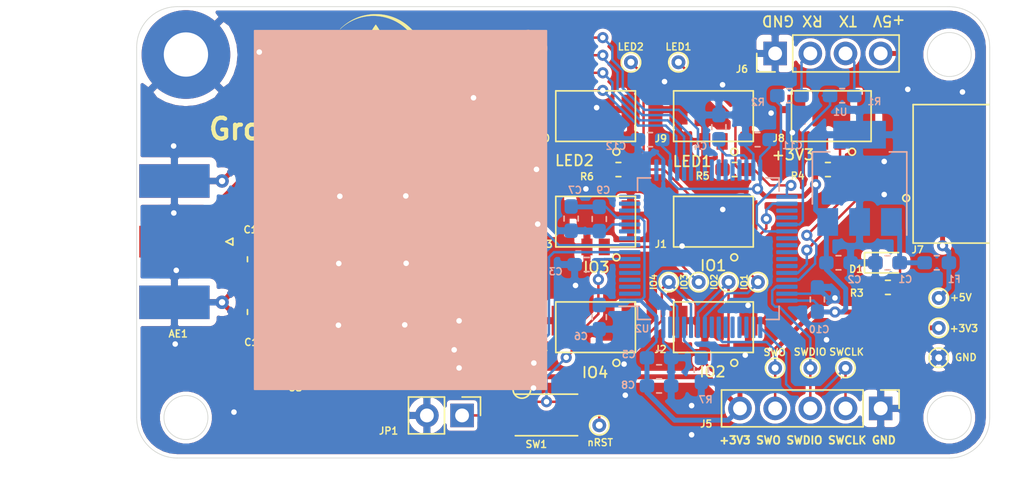
<source format=kicad_pcb>
(kicad_pcb (version 20171130) (host pcbnew "(5.1.5)-3")
  (layers (0 F.Cu signal) (31 B.Cu signal) (34 B.Paste user) (35 F.Paste user hide) (36 B.SilkS user) (37 F.SilkS user) (38 B.Mask user) (39 F.Mask user hide) (44 Edge.Cuts user))
  (net 0 "")
  (net 1 /RFM69HCW/ANT)
  (net 2 GND)
  (net 3 "Net-(C1-Pad1)")
  (net 4 +3V3)
  (net 5 nRST)
  (net 6 "Net-(C4-Pad1)")
  (net 7 "Net-(D1-Pad2)")
  (net 8 +5V)
  (net 9 IO1)
  (net 10 IO2)
  (net 11 IO3)
  (net 12 IO4)
  (net 13 SWCLK)
  (net 14 SWDIO)
  (net 15 SWO)
  (net 16 "Net-(J6-Pad3)")
  (net 17 "Net-(J6-Pad2)")
  (net 18 "Net-(J7-Pad4)")
  (net 19 OTG_FS_D+)
  (net 20 OTG_FS_D-)
  (net 21 "Net-(J8-Pad1)")
  (net 22 "Net-(J9-Pad1)")
  (net 23 "Net-(J10-Pad1)")
  (net 24 "Net-(JP1-Pad1)")
  (net 25 MCU_TX)
  (net 26 MCU_RX)
  (net 27 LED1)
  (net 28 LED2)
  (net 29 "Net-(R7-Pad1)")
  (net 30 RadioINT)
  (net 31 RadioRST)
  (net 32 RadioMOSI)
  (net 33 RadioMISO)
  (net 34 RadioSCK)
  (net 35 RadionSS)
  (net 36 /STM32F401RET6/PB9)
  (net 37 /STM32F401RET6/PB4)
  (net 38 /STM32F401RET6/PD2)
  (net 39 /STM32F401RET6/PC12)
  (net 40 /STM32F401RET6/PC11)
  (net 41 /STM32F401RET6/PC10)
  (net 42 /STM32F401RET6/PA15)
  (net 43 /STM32F401RET6/PA10)
  (net 44 /STM32F401RET6/PA8)
  (net 45 /STM32F401RET6/PC9)
  (net 46 /STM32F401RET6/PC8)
  (net 47 /STM32F401RET6/PB15)
  (net 48 /STM32F401RET6/PB14)
  (net 49 /STM32F401RET6/PB10)
  (net 50 /STM32F401RET6/PB2)
  (net 51 /STM32F401RET6/PB1)
  (net 52 /STM32F401RET6/PB0)
  (net 53 /STM32F401RET6/PC5)
  (net 54 /STM32F401RET6/PC4)
  (net 55 /STM32F401RET6/PA3)
  (net 56 /STM32F401RET6/PA2)
  (net 57 /STM32F401RET6/PA1)
  (net 58 /STM32F401RET6/PA0)
  (net 59 /STM32F401RET6/PC3)
  (net 60 /STM32F401RET6/PC2)
  (net 61 /STM32F401RET6/PH1)
  (net 62 /STM32F401RET6/PH0)
  (net 63 /STM32F401RET6/PC15)
  (net 64 /STM32F401RET6/PC14)
  (net 65 /STM32F401RET6/PC13)
  (net 66 "Net-(U3-Pad11)")
  (net 67 "Net-(U3-Pad12)")
  (net 68 "Net-(U3-Pad15)")
  (net 69 "Net-(U3-Pad16)")
  (net 70 "Net-(U3-Pad7)")
  (net 71 /STM32F401RET6/PA9)
  (module calstar_logos:star_8x7 (layer F.Cu) (at 178.054 27.178)
    (fp_text reference G*** hide)
    (fp_text value LOGO hide)
  )
  (module calstar:Molex_Micro-Lock_505568-0271_1x02_P1.25mm_Vertical (layer F.Cu) (at 202.301 32.893)
    (fp_text reference J9 (at -3.8 -0.2032) (layer F.SilkS) (effects (font (size 0.508 0.508) (thickness 0.1016))))
    (fp_text value Conn_01x02)
    (pad "" smd rect (at 2.525 -2.295) (size 1.3 2.15) (layers F.Cu F.Paste F.Mask) (net 2 GND))
    (pad "" smd rect (at -2.525 -2.295) (size 1.3 2.15) (layers F.Cu F.Paste F.Mask) (net 2 GND))
    (pad 1 smd rect (at 0.625 0) (size 0.8 1.2) (layers F.Cu F.Paste F.Mask) (net 22 "Net-(J9-Pad1)"))
    (pad 2 smd rect (at -0.625 0) (size 0.8 1.2) (layers F.Cu F.Paste F.Mask) (net 2 GND))
  )
  (module Package_QFP:LQFP-64_10x10mm_P0.5mm (layer B.Cu) (at 201.93 40.64)
    (fp_text reference U2 (at -4.7752 5.7785) (layer B.SilkS) (effects (font (size 0.508 0.508) (thickness 0.1016)) (justify mirror)))
    (fp_text value STM32F401RETx)
    (pad 64 smd roundrect (at -3.75 5.675) (size 0.3 1.55) (layers B.Cu B.Paste B.Mask) (net 4 +3V3))
    (pad 63 smd roundrect (at -3.25 5.675) (size 0.3 1.55) (layers B.Cu B.Paste B.Mask) (net 2 GND))
    (pad 62 smd roundrect (at -2.75 5.675) (size 0.3 1.55) (layers B.Cu B.Paste B.Mask) (net 36 /STM32F401RET6/PB9))
    (pad 61 smd roundrect (at -2.25 5.675) (size 0.3 1.55) (layers B.Cu B.Paste B.Mask) (net 11 IO3))
    (pad 60 smd roundrect (at -1.75 5.675) (size 0.3 1.55) (layers B.Cu B.Paste B.Mask) (net 29 "Net-(R7-Pad1)"))
    (pad 59 smd roundrect (at -1.25 5.675) (size 0.3 1.55) (layers B.Cu B.Paste B.Mask) (net 12 IO4))
    (pad 58 smd roundrect (at -0.75 5.675) (size 0.3 1.55) (layers B.Cu B.Paste B.Mask) (net 10 IO2))
    (pad 57 smd roundrect (at -0.25 5.675) (size 0.3 1.55) (layers B.Cu B.Paste B.Mask) (net 9 IO1))
    (pad 56 smd roundrect (at 0.25 5.675) (size 0.3 1.55) (layers B.Cu B.Paste B.Mask) (net 37 /STM32F401RET6/PB4))
    (pad 55 smd roundrect (at 0.75 5.675) (size 0.3 1.55) (layers B.Cu B.Paste B.Mask) (net 15 SWO))
    (pad 54 smd roundrect (at 1.25 5.675) (size 0.3 1.55) (layers B.Cu B.Paste B.Mask) (net 38 /STM32F401RET6/PD2))
    (pad 53 smd roundrect (at 1.75 5.675) (size 0.3 1.55) (layers B.Cu B.Paste B.Mask) (net 39 /STM32F401RET6/PC12))
    (pad 52 smd roundrect (at 2.25 5.675) (size 0.3 1.55) (layers B.Cu B.Paste B.Mask) (net 40 /STM32F401RET6/PC11))
    (pad 51 smd roundrect (at 2.75 5.675) (size 0.3 1.55) (layers B.Cu B.Paste B.Mask) (net 41 /STM32F401RET6/PC10))
    (pad 50 smd roundrect (at 3.25 5.675) (size 0.3 1.55) (layers B.Cu B.Paste B.Mask) (net 42 /STM32F401RET6/PA15))
    (pad 49 smd roundrect (at 3.75 5.675) (size 0.3 1.55) (layers B.Cu B.Paste B.Mask) (net 13 SWCLK))
    (pad 48 smd roundrect (at 5.675 3.75) (size 1.55 0.3) (layers B.Cu B.Paste B.Mask) (net 4 +3V3))
    (pad 47 smd roundrect (at 5.675 3.25) (size 1.55 0.3) (layers B.Cu B.Paste B.Mask) (net 2 GND))
    (pad 46 smd roundrect (at 5.675 2.75) (size 1.55 0.3) (layers B.Cu B.Paste B.Mask) (net 14 SWDIO))
    (pad 45 smd roundrect (at 5.675 2.25) (size 1.55 0.3) (layers B.Cu B.Paste B.Mask) (net 19 OTG_FS_D+))
    (pad 44 smd roundrect (at 5.675 1.75) (size 1.55 0.3) (layers B.Cu B.Paste B.Mask) (net 20 OTG_FS_D-))
    (pad 43 smd roundrect (at 5.675 1.25) (size 1.55 0.3) (layers B.Cu B.Paste B.Mask) (net 43 /STM32F401RET6/PA10))
    (pad 42 smd roundrect (at 5.675 0.75) (size 1.55 0.3) (layers B.Cu B.Paste B.Mask) (net 71 /STM32F401RET6/PA9))
    (pad 41 smd roundrect (at 5.675 0.25) (size 1.55 0.3) (layers B.Cu B.Paste B.Mask) (net 44 /STM32F401RET6/PA8))
    (pad 40 smd roundrect (at 5.675 -0.25) (size 1.55 0.3) (layers B.Cu B.Paste B.Mask) (net 45 /STM32F401RET6/PC9))
    (pad 39 smd roundrect (at 5.675 -0.75) (size 1.55 0.3) (layers B.Cu B.Paste B.Mask) (net 46 /STM32F401RET6/PC8))
    (pad 38 smd roundrect (at 5.675 -1.25) (size 1.55 0.3) (layers B.Cu B.Paste B.Mask) (net 26 MCU_RX))
    (pad 37 smd roundrect (at 5.675 -1.75) (size 1.55 0.3) (layers B.Cu B.Paste B.Mask) (net 25 MCU_TX))
    (pad 36 smd roundrect (at 5.675 -2.25) (size 1.55 0.3) (layers B.Cu B.Paste B.Mask) (net 47 /STM32F401RET6/PB15))
    (pad 35 smd roundrect (at 5.675 -2.75) (size 1.55 0.3) (layers B.Cu B.Paste B.Mask) (net 48 /STM32F401RET6/PB14))
    (pad 34 smd roundrect (at 5.675 -3.25) (size 1.55 0.3) (layers B.Cu B.Paste B.Mask) (net 28 LED2))
    (pad 33 smd roundrect (at 5.675 -3.75) (size 1.55 0.3) (layers B.Cu B.Paste B.Mask) (net 27 LED1))
    (pad 32 smd roundrect (at 3.75 -5.675) (size 0.3 1.55) (layers B.Cu B.Paste B.Mask) (net 4 +3V3))
    (pad 31 smd roundrect (at 3.25 -5.675) (size 0.3 1.55) (layers B.Cu B.Paste B.Mask) (net 2 GND))
    (pad 30 smd roundrect (at 2.75 -5.675) (size 0.3 1.55) (layers B.Cu B.Paste B.Mask) (net 6 "Net-(C4-Pad1)"))
    (pad 29 smd roundrect (at 2.25 -5.675) (size 0.3 1.55) (layers B.Cu B.Paste B.Mask) (net 49 /STM32F401RET6/PB10))
    (pad 28 smd roundrect (at 1.75 -5.675) (size 0.3 1.55) (layers B.Cu B.Paste B.Mask) (net 50 /STM32F401RET6/PB2))
    (pad 27 smd roundrect (at 1.25 -5.675) (size 0.3 1.55) (layers B.Cu B.Paste B.Mask) (net 51 /STM32F401RET6/PB1))
    (pad 26 smd roundrect (at 0.75 -5.675) (size 0.3 1.55) (layers B.Cu B.Paste B.Mask) (net 52 /STM32F401RET6/PB0))
    (pad 25 smd roundrect (at 0.25 -5.675) (size 0.3 1.55) (layers B.Cu B.Paste B.Mask) (net 53 /STM32F401RET6/PC5))
    (pad 24 smd roundrect (at -0.25 -5.675) (size 0.3 1.55) (layers B.Cu B.Paste B.Mask) (net 54 /STM32F401RET6/PC4))
    (pad 23 smd roundrect (at -0.75 -5.675) (size 0.3 1.55) (layers B.Cu B.Paste B.Mask) (net 32 RadioMOSI))
    (pad 22 smd roundrect (at -1.25 -5.675) (size 0.3 1.55) (layers B.Cu B.Paste B.Mask) (net 33 RadioMISO))
    (pad 21 smd roundrect (at -1.75 -5.675) (size 0.3 1.55) (layers B.Cu B.Paste B.Mask) (net 34 RadioSCK))
    (pad 20 smd roundrect (at -2.25 -5.675) (size 0.3 1.55) (layers B.Cu B.Paste B.Mask) (net 35 RadionSS))
    (pad 19 smd roundrect (at -2.75 -5.675) (size 0.3 1.55) (layers B.Cu B.Paste B.Mask) (net 4 +3V3))
    (pad 18 smd roundrect (at -3.25 -5.675) (size 0.3 1.55) (layers B.Cu B.Paste B.Mask) (net 2 GND))
    (pad 17 smd roundrect (at -3.75 -5.675) (size 0.3 1.55) (layers B.Cu B.Paste B.Mask) (net 55 /STM32F401RET6/PA3))
    (pad 16 smd roundrect (at -5.675 -3.75) (size 1.55 0.3) (layers B.Cu B.Paste B.Mask) (net 56 /STM32F401RET6/PA2))
    (pad 15 smd roundrect (at -5.675 -3.25) (size 1.55 0.3) (layers B.Cu B.Paste B.Mask) (net 57 /STM32F401RET6/PA1))
    (pad 14 smd roundrect (at -5.675 -2.75) (size 1.55 0.3) (layers B.Cu B.Paste B.Mask) (net 58 /STM32F401RET6/PA0))
    (pad 13 smd roundrect (at -5.675 -2.25) (size 1.55 0.3) (layers B.Cu B.Paste B.Mask) (net 4 +3V3))
    (pad 12 smd roundrect (at -5.675 -1.75) (size 1.55 0.3) (layers B.Cu B.Paste B.Mask) (net 2 GND))
    (pad 11 smd roundrect (at -5.675 -1.25) (size 1.55 0.3) (layers B.Cu B.Paste B.Mask) (net 59 /STM32F401RET6/PC3))
    (pad 10 smd roundrect (at -5.675 -0.75) (size 1.55 0.3) (layers B.Cu B.Paste B.Mask) (net 60 /STM32F401RET6/PC2))
    (pad 9 smd roundrect (at -5.675 -0.25) (size 1.55 0.3) (layers B.Cu B.Paste B.Mask) (net 31 RadioRST))
    (pad 8 smd roundrect (at -5.675 0.25) (size 1.55 0.3) (layers B.Cu B.Paste B.Mask) (net 30 RadioINT))
    (pad 7 smd roundrect (at -5.675 0.75) (size 1.55 0.3) (layers B.Cu B.Paste B.Mask) (net 5 nRST))
    (pad 6 smd roundrect (at -5.675 1.25) (size 1.55 0.3) (layers B.Cu B.Paste B.Mask) (net 61 /STM32F401RET6/PH1))
    (pad 5 smd roundrect (at -5.675 1.75) (size 1.55 0.3) (layers B.Cu B.Paste B.Mask) (net 62 /STM32F401RET6/PH0))
    (pad 4 smd roundrect (at -5.675 2.25) (size 1.55 0.3) (layers B.Cu B.Paste B.Mask) (net 63 /STM32F401RET6/PC15))
    (pad 3 smd roundrect (at -5.675 2.75) (size 1.55 0.3) (layers B.Cu B.Paste B.Mask) (net 64 /STM32F401RET6/PC14))
    (pad 2 smd roundrect (at -5.675 3.25) (size 1.55 0.3) (layers B.Cu B.Paste B.Mask) (net 65 /STM32F401RET6/PC13))
    (pad 1 smd roundrect (at -5.675 3.75) (size 1.55 0.3) (layers B.Cu B.Paste B.Mask) (net 4 +3V3))
  )
  (module calstar:Molex_Micro-Lock_505568-0271_1x02_P1.25mm_Vertical (layer F.Cu) (at 202.301 48.133)
    (fp_text reference J2 (at -3.8254 -0.2286) (layer F.SilkS) (effects (font (size 0.508 0.508) (thickness 0.1016))))
    (fp_text value Conn_01x02)
    (pad "" smd rect (at 2.525 -2.295) (size 1.3 2.15) (layers F.Cu F.Paste F.Mask) (net 2 GND))
    (pad "" smd rect (at -2.525 -2.295) (size 1.3 2.15) (layers F.Cu F.Paste F.Mask) (net 2 GND))
    (pad 1 smd rect (at 0.625 0) (size 0.8 1.2) (layers F.Cu F.Paste F.Mask) (net 10 IO2))
    (pad 2 smd rect (at -0.625 0) (size 0.8 1.2) (layers F.Cu F.Paste F.Mask) (net 2 GND))
  )
  (module Resistor_SMD:R_0603_1608Metric_Pad1.05x0.95mm_HandSolder (layer F.Cu) (at 203.835 34.925)
    (fp_text reference R5 (at -2.3114 0.4572) (layer F.SilkS) (effects (font (size 0.508 0.508) (thickness 0.1016))))
    (fp_text value 68)
    (pad 2 smd roundrect (at 0.875 0) (size 1.05 0.95) (layers F.Cu F.Paste F.Mask) (net 27 LED1))
    (pad 1 smd roundrect (at -0.875 0) (size 1.05 0.95) (layers F.Cu F.Paste F.Mask) (net 22 "Net-(J9-Pad1)"))
  )
  (module TestPoint:TestPoint_THTPad_D1.0mm_Drill0.5mm (layer F.Cu) (at 218.567 46.355)
    (fp_text reference TP3 hide)
    (fp_text value TestPoint)
    (pad 1 thru_hole circle (at 0 0) (size 1 1) (drill 0.5) (layers *.Cu *.Mask) (net 4 +3V3))
  )
  (module MountingHole:MountingHole_3.2mm_M3_Pad (layer F.Cu) (at 164.211 26.6192)
    (fp_text reference "Mounting Hole" hide)
    (fp_text value MountingHole_3.2mm_M3_Pad)
    (pad 1 thru_hole circle (at 0 0) (size 6.4 6.4) (drill 3.200001) (layers *.Cu *.Mask) (net 2 GND))
  )
  (module Connector_Coaxial:SMA_Molex_73251-1153_EdgeMount_Horizontal (layer F.Cu) (at 165.1 40.132)
    (fp_text reference AE1 (at -1.4478 6.6548) (layer F.SilkS) (effects (font (size 0.508 0.508) (thickness 0.1016))))
    (fp_text value Antenna_Dipole)
    (pad 2 smd rect (at 1.27 4.38) (size 0.95 0.46) (layers B.Cu) (net 2 GND))
    (pad 2 smd rect (at 1.27 -4.38) (size 0.95 0.46) (layers B.Cu) (net 2 GND))
    (pad 2 smd rect (at 1.27 4.38) (size 0.95 0.46) (layers F.Cu) (net 2 GND))
    (pad 2 smd rect (at 1.27 -4.38) (size 0.95 0.46) (layers F.Cu) (net 2 GND))
    (pad 2 thru_hole circle (at 1.72 4.38) (size 0.97 0.97) (drill 0.46) (layers *.Cu) (net 2 GND))
    (pad 2 thru_hole circle (at 1.72 -4.38) (size 0.97 0.97) (drill 0.46) (layers *.Cu) (net 2 GND))
    (pad 2 smd rect (at -1.72 4.38) (size 5.08 2.42) (layers B.Cu B.Paste B.Mask) (net 2 GND))
    (pad 2 smd rect (at -1.72 -4.38) (size 5.08 2.42) (layers B.Cu B.Paste B.Mask) (net 2 GND))
    (pad 2 smd rect (at -1.72 4.38) (size 5.08 2.42) (layers F.Cu F.Paste F.Mask) (net 2 GND))
    (pad 2 smd rect (at -1.72 -4.38) (size 5.08 2.42) (layers F.Cu F.Paste F.Mask) (net 2 GND))
    (pad 1 smd rect (at -1.72 0) (size 5.08 2.29) (layers F.Cu F.Paste F.Mask) (net 1 /RFM69HCW/ANT))
  )
  (module calstar:TE_Button_USLPT3026 (layer F.Cu) (at 190.2442 52.644)
    (fp_text reference SW1 (at -0.7348 2.1184) (layer F.SilkS) (effects (font (size 0.508 0.508) (thickness 0.1016))))
    (fp_text value SW_Push)
    (pad 2 smd rect (at 1.475 0.95) (size 0.65 0.7) (layers F.Cu F.Paste F.Mask) (net 24 "Net-(JP1-Pad1)"))
    (pad 2 smd rect (at -1.475 0.95) (size 0.65 0.7) (layers F.Cu F.Paste F.Mask) (net 24 "Net-(JP1-Pad1)"))
    (pad 1 smd rect (at 1.475 -0.95) (size 0.65 0.7) (layers F.Cu F.Paste F.Mask) (net 5 nRST))
    (pad 1 smd rect (at -1.475 -0.95) (size 0.65 0.7) (layers F.Cu F.Paste F.Mask) (net 5 nRST))
  )
  (module TestPoint:TestPoint_THTPad_D1.0mm_Drill0.5mm (layer F.Cu) (at 194.056 53.3908)
    (fp_text reference TP4 hide)
    (fp_text value TestPoint)
    (pad 1 thru_hole circle (at 0 0) (size 1 1) (drill 0.5) (layers *.Cu *.Mask) (net 5 nRST))
  )
  (module TestPoint:TestPoint_THTPad_D1.0mm_Drill0.5mm (layer F.Cu) (at 218.567 44.196 90)
    (fp_text reference TP2 hide)
    (fp_text value TestPoint)
    (pad 1 thru_hole circle (at 0 0 90) (size 1 1) (drill 0.5) (layers *.Cu *.Mask) (net 8 +5V))
  )
  (module TestPoint:TestPoint_THTPad_D1.0mm_Drill0.5mm (layer F.Cu) (at 218.567 48.514 90)
    (fp_text reference TP1 hide)
    (fp_text value TestPoint)
    (pad 1 thru_hole circle (at 0 0 90) (size 1 1) (drill 0.5) (layers *.Cu *.Mask) (net 2 GND))
  )
  (module TestPoint:TestPoint_THTPad_D1.0mm_Drill0.5mm (layer F.Cu) (at 199.0725 43.053)
    (fp_text reference TP21 hide)
    (fp_text value TestPoint)
    (pad 1 thru_hole circle (at 0 0) (size 1 1) (drill 0.5) (layers *.Cu *.Mask) (net 12 IO4))
  )
  (module TestPoint:TestPoint_THTPad_D1.0mm_Drill0.5mm (layer F.Cu) (at 201.2315 43.053)
    (fp_text reference TP20 hide)
    (fp_text value TestPoint)
    (pad 1 thru_hole circle (at 0 0) (size 1 1) (drill 0.5) (layers *.Cu *.Mask) (net 11 IO3))
  )
  (module TestPoint:TestPoint_THTPad_D1.0mm_Drill0.5mm (layer F.Cu) (at 203.3905 43.053)
    (fp_text reference TP19 hide)
    (fp_text value TestPoint)
    (pad 1 thru_hole circle (at 0 0) (size 1 1) (drill 0.5) (layers *.Cu *.Mask) (net 10 IO2))
  )
  (module TestPoint:TestPoint_THTPad_D1.0mm_Drill0.5mm (layer F.Cu) (at 205.5114 43.053)
    (fp_text reference TP18 hide)
    (fp_text value TestPoint)
    (pad 1 thru_hole circle (at 0 0) (size 1 1) (drill 0.5) (layers *.Cu *.Mask) (net 9 IO1))
  )
  (module TestPoint:TestPoint_THTPad_D1.0mm_Drill0.5mm (layer F.Cu) (at 196.342 27.178)
    (fp_text reference TP17 hide)
    (fp_text value TestPoint)
    (pad 1 thru_hole circle (at 0 0) (size 1 1) (drill 0.5) (layers *.Cu *.Mask) (net 28 LED2))
  )
  (module TestPoint:TestPoint_THTPad_D1.0mm_Drill0.5mm (layer F.Cu) (at 199.771 27.178)
    (fp_text reference TP16 hide)
    (fp_text value TestPoint)
    (pad 1 thru_hole circle (at 0 0) (size 1 1) (drill 0.5) (layers *.Cu *.Mask) (net 27 LED1))
  )
  (module TestPoint:TestPoint_THTPad_D1.0mm_Drill0.5mm (layer F.Cu) (at 211.836 49.2506)
    (fp_text reference TP15 hide)
    (fp_text value TestPoint)
    (pad 1 thru_hole circle (at 0 0) (size 1 1) (drill 0.5) (layers *.Cu *.Mask) (net 13 SWCLK))
  )
  (module TestPoint:TestPoint_THTPad_D1.0mm_Drill0.5mm (layer F.Cu) (at 209.296 49.2506)
    (fp_text reference TP14 hide)
    (fp_text value TestPoint)
    (pad 1 thru_hole circle (at 0 0) (size 1 1) (drill 0.5) (layers *.Cu *.Mask) (net 14 SWDIO))
  )
  (module TestPoint:TestPoint_THTPad_D1.0mm_Drill0.5mm (layer F.Cu) (at 206.756 49.2506)
    (fp_text reference TP13 hide)
    (fp_text value TestPoint)
    (pad 1 thru_hole circle (at 0 0) (size 1 1) (drill 0.5) (layers *.Cu *.Mask) (net 15 SWO))
  )
  (module calstar:RFM69HCW (layer F.Cu) (at 179.578 41.91 180)
    (fp_text reference U3 (at 7.4676 -8.763) (layer F.SilkS) (effects (font (size 0.508 0.508) (thickness 0.1016))))
    (fp_text value RFM69HCW)
    (pad 9 smd rect (at 7.5 7 180) (size 3 1.2) (layers F.Cu F.Paste F.Mask) (net 1 /RFM69HCW/ANT))
    (pad 10 smd rect (at 7.5 5 180) (size 3 1.2) (layers F.Cu F.Paste F.Mask) (net 2 GND))
    (pad 11 smd rect (at 7.5 3 180) (size 3 1.2) (layers F.Cu F.Paste F.Mask) (net 66 "Net-(U3-Pad11)"))
    (pad 12 smd rect (at 7.5 1 180) (size 3 1.2) (layers F.Cu F.Paste F.Mask) (net 67 "Net-(U3-Pad12)"))
    (pad 13 smd rect (at 7.5 -1 180) (size 3 1.2) (layers F.Cu F.Paste F.Mask) (net 4 +3V3))
    (pad 14 smd rect (at 7.5 -3 180) (size 3 1.2) (layers F.Cu F.Paste F.Mask) (net 30 RadioINT))
    (pad 15 smd rect (at 7.5 -5 180) (size 3 1.2) (layers F.Cu F.Paste F.Mask) (net 68 "Net-(U3-Pad15)"))
    (pad 16 smd rect (at 7.5 -7 180) (size 3 1.2) (layers F.Cu F.Paste F.Mask) (net 69 "Net-(U3-Pad16)"))
    (pad 8 smd rect (at -7.5 7 180) (size 3 1.2) (layers F.Cu F.Paste F.Mask) (net 2 GND))
    (pad 7 smd rect (at -7.5 5 180) (size 3 1.2) (layers F.Cu F.Paste F.Mask) (net 70 "Net-(U3-Pad7)"))
    (pad 6 smd rect (at -7.5 3 180) (size 3 1.2) (layers F.Cu F.Paste F.Mask) (net 31 RadioRST))
    (pad 5 smd rect (at -7.5 1 180) (size 3 1.2) (layers F.Cu F.Paste F.Mask) (net 35 RadionSS))
    (pad 4 smd rect (at -7.5 -1 180) (size 3 1.2) (layers F.Cu F.Paste F.Mask) (net 34 RadioSCK))
    (pad 3 smd rect (at -7.5 -3 180) (size 3 1.2) (layers F.Cu F.Paste F.Mask) (net 32 RadioMOSI))
    (pad 2 smd rect (at -7.5 -5 180) (size 3 1.2) (layers F.Cu F.Paste F.Mask) (net 33 RadioMISO))
    (pad 1 smd rect (at -7.5 -7 180) (size 3 1.2) (layers F.Cu F.Paste F.Mask) (net 2 GND))
  )
  (module Package_TO_SOT_SMD:SOT-223 (layer B.Cu) (at 212.852 35.56 90)
    (fp_text reference U1 (at 4.7879 -1.397 180) (layer B.SilkS) (effects (font (size 0.508 0.508) (thickness 0.1016)) (justify mirror)))
    (fp_text value LM3940)
    (pad 1 smd rect (at -3.15 2.3 90) (size 2 1.5) (layers B.Cu B.Paste B.Mask) (net 3 "Net-(C1-Pad1)"))
    (pad 3 smd rect (at -3.15 -2.3 90) (size 2 1.5) (layers B.Cu B.Paste B.Mask) (net 4 +3V3))
    (pad 2 smd rect (at -3.15 0 90) (size 2 1.5) (layers B.Cu B.Paste B.Mask) (net 2 GND))
    (pad 4 smd rect (at 3.15 0 90) (size 2 3.8) (layers B.Cu B.Paste B.Mask) (net 2 GND))
  )
  (module Resistor_SMD:R_0603_1608Metric_Pad1.05x0.95mm_HandSolder (layer B.Cu) (at 201.422 49.389 270)
    (fp_text reference R7 (at 2.1476 -0.3175 180) (layer B.SilkS) (effects (font (size 0.508 0.508) (thickness 0.1016)) (justify mirror)))
    (fp_text value 10K)
    (pad 2 smd roundrect (at 0.875 0 270) (size 1.05 0.95) (layers B.Cu B.Paste B.Mask) (net 2 GND))
    (pad 1 smd roundrect (at -0.875 0 270) (size 1.05 0.95) (layers B.Cu B.Paste B.Mask) (net 29 "Net-(R7-Pad1)"))
  )
  (module Resistor_SMD:R_0603_1608Metric_Pad1.05x0.95mm_HandSolder (layer F.Cu) (at 195.439 34.925)
    (fp_text reference R6 (at -2.272 0.508) (layer F.SilkS) (effects (font (size 0.508 0.508) (thickness 0.1016))))
    (fp_text value 68)
    (pad 2 smd roundrect (at 0.875 0) (size 1.05 0.95) (layers F.Cu F.Paste F.Mask) (net 28 LED2))
    (pad 1 smd roundrect (at -0.875 0) (size 1.05 0.95) (layers F.Cu F.Paste F.Mask) (net 23 "Net-(J10-Pad1)"))
  )
  (module Resistor_SMD:R_0603_1608Metric_Pad1.05x0.95mm_HandSolder (layer F.Cu) (at 210.566 34.925 180)
    (fp_text reference R4 (at 2.1844 -0.4572) (layer F.SilkS) (effects (font (size 0.508 0.508) (thickness 0.1016))))
    (fp_text value 68)
    (pad 2 smd roundrect (at 0.875 0 180) (size 1.05 0.95) (layers F.Cu F.Paste F.Mask) (net 4 +3V3))
    (pad 1 smd roundrect (at -0.875 0 180) (size 1.05 0.95) (layers F.Cu F.Paste F.Mask) (net 21 "Net-(J8-Pad1)"))
  )
  (module Resistor_SMD:R_0603_1608Metric_Pad1.05x0.95mm_HandSolder (layer F.Cu) (at 214.898 43.434 180)
    (fp_text reference R3 (at 2.2492 -0.4064) (layer F.SilkS) (effects (font (size 0.508 0.508) (thickness 0.1016))))
    (fp_text value 68)
    (pad 2 smd roundrect (at 0.875 0 180) (size 1.05 0.95) (layers F.Cu F.Paste F.Mask) (net 4 +3V3))
    (pad 1 smd roundrect (at -0.875 0 180) (size 1.05 0.95) (layers F.Cu F.Paste F.Mask) (net 7 "Net-(D1-Pad2)"))
  )
  (module Resistor_SMD:R_0603_1608Metric_Pad1.05x0.95mm_HandSolder (layer B.Cu) (at 207.786 29.591 180)
    (fp_text reference R2 (at 2.2746 -0.4699) (layer B.SilkS) (effects (font (size 0.508 0.508) (thickness 0.1016)) (justify mirror)))
    (fp_text value 330)
    (pad 2 smd roundrect (at 0.875 0 180) (size 1.05 0.95) (layers B.Cu B.Paste B.Mask) (net 26 MCU_RX))
    (pad 1 smd roundrect (at -0.875 0 180) (size 1.05 0.95) (layers B.Cu B.Paste B.Mask) (net 17 "Net-(J6-Pad2)"))
  )
  (module Resistor_SMD:R_0603_1608Metric_Pad1.05x0.95mm_HandSolder (layer B.Cu) (at 211.596 29.591 180)
    (fp_text reference R1 (at -2.3228 -0.4191) (layer B.SilkS) (effects (font (size 0.508 0.508) (thickness 0.1016)) (justify mirror)))
    (fp_text value 330)
    (pad 2 smd roundrect (at 0.875 0 180) (size 1.05 0.95) (layers B.Cu B.Paste B.Mask) (net 25 MCU_TX))
    (pad 1 smd roundrect (at -0.875 0 180) (size 1.05 0.95) (layers B.Cu B.Paste B.Mask) (net 16 "Net-(J6-Pad3)"))
  )
  (module Connector_PinHeader_2.54mm:PinHeader_1x02_P2.54mm_Vertical (layer F.Cu) (at 184.15 52.6796 270)
    (fp_text reference JP1 (at 1.1176 5.3086 180) (layer F.SilkS) (effects (font (size 0.508 0.508) (thickness 0.1016))))
    (fp_text value Jumper)
    (pad 2 thru_hole oval (at 0 2.54 270) (size 1.7 1.7) (drill 1) (layers *.Cu *.Mask) (net 2 GND))
    (pad 1 thru_hole rect (at 0 0 270) (size 1.7 1.7) (drill 1) (layers *.Cu *.Mask) (net 24 "Net-(JP1-Pad1)"))
  )
  (module calstar:Molex_Micro-Lock_505568-0271_1x02_P1.25mm_Vertical (layer F.Cu) (at 193.792 32.893)
    (fp_text reference J10 (at -3.9778 -0.2286) (layer F.SilkS) (effects (font (size 0.508 0.508) (thickness 0.1016))))
    (fp_text value Conn_01x02)
    (pad "" smd rect (at 2.525 -2.295) (size 1.3 2.15) (layers F.Cu F.Paste F.Mask) (net 2 GND))
    (pad "" smd rect (at -2.525 -2.295) (size 1.3 2.15) (layers F.Cu F.Paste F.Mask) (net 2 GND))
    (pad 1 smd rect (at 0.625 0) (size 0.8 1.2) (layers F.Cu F.Paste F.Mask) (net 23 "Net-(J10-Pad1)"))
    (pad 2 smd rect (at -0.625 0) (size 0.8 1.2) (layers F.Cu F.Paste F.Mask) (net 2 GND))
  )
  (module calstar:Molex_Micro-Lock_505568-0271_1x02_P1.25mm_Vertical (layer F.Cu) (at 210.81 32.893)
    (fp_text reference J8 (at -3.8 -0.2286) (layer F.SilkS) (effects (font (size 0.508 0.508) (thickness 0.1016))))
    (fp_text value Conn_01x02)
    (pad "" smd rect (at 2.525 -2.295) (size 1.3 2.15) (layers F.Cu F.Paste F.Mask) (net 2 GND))
    (pad "" smd rect (at -2.525 -2.295) (size 1.3 2.15) (layers F.Cu F.Paste F.Mask) (net 2 GND))
    (pad 1 smd rect (at 0.625 0) (size 0.8 1.2) (layers F.Cu F.Paste F.Mask) (net 21 "Net-(J8-Pad1)"))
    (pad 2 smd rect (at -0.625 0) (size 0.8 1.2) (layers F.Cu F.Paste F.Mask) (net 2 GND))
  )
  (module calstar:USB_Micro-B_Amphenol_10118192-0001LF_Horizontal (layer F.Cu) (at 220.218 35.236 90)
    (fp_text reference J7 (at -5.4802 -3.175 180) (layer F.SilkS) (effects (font (size 0.508 0.508) (thickness 0.1016))))
    (fp_text value USB_B_Micro)
    (pad 6 smd rect (at 1.2 0 90) (size 1.9 1.9) (layers F.Cu F.Paste F.Mask) (net 2 GND))
    (pad 6 smd rect (at -1.2 0 90) (size 1.9 1.9) (layers F.Cu F.Paste F.Mask) (net 2 GND))
    (pad 6 smd rect (at 3.8 0 90) (size 1.8 1.9) (layers F.Cu F.Paste F.Mask) (net 2 GND))
    (pad 6 smd rect (at -3.8 0 90) (size 1.8 1.9) (layers F.Cu F.Paste F.Mask) (net 2 GND))
    (pad 6 smd rect (at 3.1 -2.55 90) (size 2.1 1.6) (layers F.Cu F.Paste F.Mask) (net 2 GND))
    (pad 6 smd rect (at -3.1 -2.55 90) (size 2.1 1.6) (layers F.Cu F.Paste F.Mask) (net 2 GND))
    (pad 5 smd rect (at 1.3 -2.675 90) (size 0.4 1.35) (layers F.Cu F.Paste F.Mask) (net 2 GND))
    (pad 4 smd rect (at 0.65 -2.675 90) (size 0.4 1.35) (layers F.Cu F.Paste F.Mask) (net 18 "Net-(J7-Pad4)"))
    (pad 3 smd rect (at 0 -2.675 90) (size 0.4 1.35) (layers F.Cu F.Paste F.Mask) (net 19 OTG_FS_D+))
    (pad 2 smd rect (at -0.65 -2.675 90) (size 0.4 1.35) (layers F.Cu F.Paste F.Mask) (net 20 OTG_FS_D-))
    (pad 1 smd rect (at -1.3 -2.675 90) (size 0.4 1.35) (layers F.Cu F.Paste F.Mask) (net 8 +5V))
  )
  (module Connector_PinHeader_2.54mm:PinHeader_1x04_P2.54mm_Vertical (layer F.Cu) (at 206.756 26.543 90)
    (fp_text reference J6 (at -1.1303 -2.4003 180) (layer F.SilkS) (effects (font (size 0.508 0.508) (thickness 0.1016))))
    (fp_text value Conn_01x04)
    (pad 4 thru_hole oval (at 0 7.62 90) (size 1.7 1.7) (drill 1) (layers *.Cu *.Mask) (net 8 +5V))
    (pad 3 thru_hole oval (at 0 5.08 90) (size 1.7 1.7) (drill 1) (layers *.Cu *.Mask) (net 16 "Net-(J6-Pad3)"))
    (pad 2 thru_hole oval (at 0 2.54 90) (size 1.7 1.7) (drill 1) (layers *.Cu *.Mask) (net 17 "Net-(J6-Pad2)"))
    (pad 1 thru_hole rect (at 0 0 90) (size 1.7 1.7) (drill 1) (layers *.Cu *.Mask) (net 2 GND))
  )
  (module Connector_PinHeader_2.54mm:PinHeader_1x05_P2.54mm_Vertical (layer F.Cu) (at 214.376 52.1716 270)
    (fp_text reference J5 (at 1.1176 12.5984 180) (layer F.SilkS) (effects (font (size 0.508 0.508) (thickness 0.1016))))
    (fp_text value Conn_01x05)
    (pad 5 thru_hole oval (at 0 10.16 270) (size 1.7 1.7) (drill 1) (layers *.Cu *.Mask) (net 4 +3V3))
    (pad 4 thru_hole oval (at 0 7.62 270) (size 1.7 1.7) (drill 1) (layers *.Cu *.Mask) (net 15 SWO))
    (pad 3 thru_hole oval (at 0 5.08 270) (size 1.7 1.7) (drill 1) (layers *.Cu *.Mask) (net 14 SWDIO))
    (pad 2 thru_hole oval (at 0 2.54 270) (size 1.7 1.7) (drill 1) (layers *.Cu *.Mask) (net 13 SWCLK))
    (pad 1 thru_hole rect (at 0 0 270) (size 1.7 1.7) (drill 1) (layers *.Cu *.Mask) (net 2 GND))
  )
  (module calstar:Molex_Micro-Lock_505568-0271_1x02_P1.25mm_Vertical (layer F.Cu) (at 193.792 48.133)
    (fp_text reference J4 (at -3.8762 -0.2032) (layer F.SilkS) (effects (font (size 0.508 0.508) (thickness 0.1016))))
    (fp_text value Conn_01x02)
    (pad "" smd rect (at 2.525 -2.295) (size 1.3 2.15) (layers F.Cu F.Paste F.Mask) (net 2 GND))
    (pad "" smd rect (at -2.525 -2.295) (size 1.3 2.15) (layers F.Cu F.Paste F.Mask) (net 2 GND))
    (pad 1 smd rect (at 0.625 0) (size 0.8 1.2) (layers F.Cu F.Paste F.Mask) (net 12 IO4))
    (pad 2 smd rect (at -0.625 0) (size 0.8 1.2) (layers F.Cu F.Paste F.Mask) (net 2 GND))
  )
  (module calstar:Molex_Micro-Lock_505568-0271_1x02_P1.25mm_Vertical (layer F.Cu) (at 193.792 40.513)
    (fp_text reference J3 (at -3.546 -0.2032) (layer F.SilkS) (effects (font (size 0.508 0.508) (thickness 0.1016))))
    (fp_text value Conn_01x02)
    (pad "" smd rect (at 2.525 -2.295) (size 1.3 2.15) (layers F.Cu F.Paste F.Mask) (net 2 GND))
    (pad "" smd rect (at -2.525 -2.295) (size 1.3 2.15) (layers F.Cu F.Paste F.Mask) (net 2 GND))
    (pad 1 smd rect (at 0.625 0) (size 0.8 1.2) (layers F.Cu F.Paste F.Mask) (net 11 IO3))
    (pad 2 smd rect (at -0.625 0) (size 0.8 1.2) (layers F.Cu F.Paste F.Mask) (net 2 GND))
  )
  (module calstar:Molex_Micro-Lock_505568-0271_1x02_P1.25mm_Vertical (layer F.Cu) (at 202.301 40.513)
    (fp_text reference J1 (at -3.8 -0.2032) (layer F.SilkS) (effects (font (size 0.508 0.508) (thickness 0.1016))))
    (fp_text value Conn_01x02)
    (pad "" smd rect (at 2.525 -2.295) (size 1.3 2.15) (layers F.Cu F.Paste F.Mask) (net 2 GND))
    (pad "" smd rect (at -2.525 -2.295) (size 1.3 2.15) (layers F.Cu F.Paste F.Mask) (net 2 GND))
    (pad 1 smd rect (at 0.625 0) (size 0.8 1.2) (layers F.Cu F.Paste F.Mask) (net 9 IO1))
    (pad 2 smd rect (at -0.625 0) (size 0.8 1.2) (layers F.Cu F.Paste F.Mask) (net 2 GND))
  )
  (module Fuse:Fuse_0603_1608Metric_Pad1.05x0.95mm_HandSolder (layer B.Cu) (at 218.426 41.656)
    (fp_text reference F1 (at 1.2586 1.1938 180) (layer B.SilkS) (effects (font (size 0.508 0.508) (thickness 0.1016)) (justify mirror)))
    (fp_text value Fuse)
    (pad 2 smd roundrect (at 0.875 0) (size 1.05 0.95) (layers B.Cu B.Paste B.Mask) (net 8 +5V))
    (pad 1 smd roundrect (at -0.875 0) (size 1.05 0.95) (layers B.Cu B.Paste B.Mask) (net 3 "Net-(C1-Pad1)"))
  )
  (module LED_SMD:LED_0603_1608Metric_Pad1.05x0.95mm_HandSolder (layer F.Cu) (at 214.87 41.656)
    (fp_text reference D1 (at -2.272 0.4572) (layer F.SilkS) (effects (font (size 0.508 0.508) (thickness 0.1016))))
    (fp_text value LED)
    (pad 2 smd roundrect (at 0.875 0) (size 1.05 0.95) (layers F.Cu F.Paste F.Mask) (net 7 "Net-(D1-Pad2)"))
    (pad 1 smd roundrect (at -0.875 0) (size 1.05 0.95) (layers F.Cu F.Paste F.Mask) (net 2 GND))
  )
  (module Capacitor_SMD:C_0603_1608Metric_Pad1.05x0.95mm_HandSolder (layer F.Cu) (at 169.164 41.402 90)
    (fp_text reference C14 (at 2.1336 -0.0508 180) (layer F.SilkS) (effects (font (size 0.508 0.508) (thickness 0.1016))))
    (fp_text value 0.1uF)
    (pad 2 smd roundrect (at 0.875 0 90) (size 1.05 0.95) (layers F.Cu F.Paste F.Mask) (net 2 GND))
    (pad 1 smd roundrect (at -0.875 0 90) (size 1.05 0.95) (layers F.Cu F.Paste F.Mask) (net 4 +3V3))
  )
  (module Capacitor_SMD:C_0603_1608Metric_Pad1.05x0.95mm_HandSolder (layer F.Cu) (at 169.164 45.212 270)
    (fp_text reference C13 (at 2.1844 0 180) (layer F.SilkS) (effects (font (size 0.508 0.508) (thickness 0.1016))))
    (fp_text value 10uF)
    (pad 2 smd roundrect (at 0.875 0 270) (size 1.05 0.95) (layers F.Cu F.Paste F.Mask) (net 2 GND))
    (pad 1 smd roundrect (at -0.875 0 270) (size 1.05 0.95) (layers F.Cu F.Paste F.Mask) (net 4 +3V3))
  )
  (module Capacitor_SMD:C_0603_1608Metric_Pad1.05x0.95mm_HandSolder (layer B.Cu) (at 197.725 32.766 180)
    (fp_text reference C12 (at 2.4638 -0.4699) (layer B.SilkS) (effects (font (size 0.508 0.508) (thickness 0.1016)) (justify mirror)))
    (fp_text value 0.1uF)
    (pad 2 smd roundrect (at 0.875 0 180) (size 1.05 0.95) (layers B.Cu B.Paste B.Mask) (net 2 GND))
    (pad 1 smd roundrect (at -0.875 0 180) (size 1.05 0.95) (layers B.Cu B.Paste B.Mask) (net 4 +3V3))
  )
  (module Capacitor_SMD:C_0603_1608Metric_Pad1.05x0.95mm_HandSolder (layer B.Cu) (at 205.486 32.766 180)
    (fp_text reference C11 (at -2.5146 -0.4191) (layer B.SilkS) (effects (font (size 0.508 0.508) (thickness 0.1016)) (justify mirror)))
    (fp_text value 0.1uF)
    (pad 2 smd roundrect (at 0.875 0 180) (size 1.05 0.95) (layers B.Cu B.Paste B.Mask) (net 2 GND))
    (pad 1 smd roundrect (at -0.875 0 180) (size 1.05 0.95) (layers B.Cu B.Paste B.Mask) (net 4 +3V3))
  )
  (module Capacitor_SMD:C_0603_1608Metric_Pad1.05x0.95mm_HandSolder (layer B.Cu) (at 209.804 44.309 90)
    (fp_text reference C10 (at -2.1603 0.127) (layer B.SilkS) (effects (font (size 0.508 0.508) (thickness 0.1016)) (justify mirror)))
    (fp_text value 0.1uF)
    (pad 2 smd roundrect (at 0.875 0 90) (size 1.05 0.95) (layers B.Cu B.Paste B.Mask) (net 2 GND))
    (pad 1 smd roundrect (at -0.875 0 90) (size 1.05 0.95) (layers B.Cu B.Paste B.Mask) (net 4 +3V3))
  )
  (module Capacitor_SMD:C_0603_1608Metric_Pad1.05x0.95mm_HandSolder (layer B.Cu) (at 194.056 38.495 270)
    (fp_text reference C9 (at -2.0841 -0.2921) (layer B.SilkS) (effects (font (size 0.508 0.508) (thickness 0.1016)) (justify mirror)))
    (fp_text value 1uF)
    (pad 2 smd roundrect (at 0.875 0 270) (size 1.05 0.95) (layers B.Cu B.Paste B.Mask) (net 2 GND))
    (pad 1 smd roundrect (at -0.875 0 270) (size 1.05 0.95) (layers B.Cu B.Paste B.Mask) (net 4 +3V3))
  )
  (module Capacitor_SMD:C_0603_1608Metric_Pad1.05x0.95mm_HandSolder (layer B.Cu) (at 198.374 50.546)
    (fp_text reference C8 (at -2.2352 -0.0635) (layer B.SilkS) (effects (font (size 0.508 0.508) (thickness 0.1016)) (justify mirror)))
    (fp_text value 0.1uF)
    (pad 2 smd roundrect (at 0.875 0) (size 1.05 0.95) (layers B.Cu B.Paste B.Mask) (net 2 GND))
    (pad 1 smd roundrect (at -0.875 0) (size 1.05 0.95) (layers B.Cu B.Paste B.Mask) (net 4 +3V3))
  )
  (module Capacitor_SMD:C_0603_1608Metric_Pad1.05x0.95mm_HandSolder (layer B.Cu) (at 192.024 38.467 270)
    (fp_text reference C7 (at -2.0561 -0.2794) (layer B.SilkS) (effects (font (size 0.508 0.508) (thickness 0.1016)) (justify mirror)))
    (fp_text value 0.1uF)
    (pad 2 smd roundrect (at 0.875 0 270) (size 1.05 0.95) (layers B.Cu B.Paste B.Mask) (net 2 GND))
    (pad 1 smd roundrect (at -0.875 0 270) (size 1.05 0.95) (layers B.Cu B.Paste B.Mask) (net 4 +3V3))
  )
  (module Capacitor_SMD:C_0603_1608Metric_Pad1.05x0.95mm_HandSolder (layer B.Cu) (at 194.056 45.579 270)
    (fp_text reference C6 (at 1.3856 1.3208 180) (layer B.SilkS) (effects (font (size 0.508 0.508) (thickness 0.1016)) (justify mirror)))
    (fp_text value 0.1uF)
    (pad 2 smd roundrect (at 0.875 0 270) (size 1.05 0.95) (layers B.Cu B.Paste B.Mask) (net 2 GND))
    (pad 1 smd roundrect (at -0.875 0 270) (size 1.05 0.95) (layers B.Cu B.Paste B.Mask) (net 4 +3V3))
  )
  (module Capacitor_SMD:C_0603_1608Metric_Pad1.05x0.95mm_HandSolder (layer B.Cu) (at 198.374 48.514)
    (fp_text reference C5 (at -2.1844 -0.2413) (layer B.SilkS) (effects (font (size 0.508 0.508) (thickness 0.1016)) (justify mirror)))
    (fp_text value 10uF)
    (pad 2 smd roundrect (at 0.875 0) (size 1.05 0.95) (layers B.Cu B.Paste B.Mask) (net 2 GND))
    (pad 1 smd roundrect (at -0.875 0) (size 1.05 0.95) (layers B.Cu B.Paste B.Mask) (net 4 +3V3))
  )
  (module Capacitor_SMD:C_0603_1608Metric_Pad1.05x0.95mm_HandSolder (layer B.Cu) (at 202.692 31.863 90)
    (fp_text reference C4 (at -1.3729 -1.3462) (layer B.SilkS) (effects (font (size 0.508 0.508) (thickness 0.1016)) (justify mirror)))
    (fp_text value 4.7uF)
    (pad 2 smd roundrect (at 0.875 0 90) (size 1.05 0.95) (layers B.Cu B.Paste B.Mask) (net 2 GND))
    (pad 1 smd roundrect (at -0.875 0 90) (size 1.05 0.95) (layers B.Cu B.Paste B.Mask) (net 6 "Net-(C4-Pad1)"))
  )
  (module Capacitor_SMD:C_0603_1608Metric_Pad1.05x0.95mm_HandSolder (layer B.Cu) (at 193.153 41.783 180)
    (fp_text reference C3 (at 2.2466 -0.508) (layer B.SilkS) (effects (font (size 0.508 0.508) (thickness 0.1016)) (justify mirror)))
    (fp_text value 0.1uF)
    (pad 2 smd roundrect (at 0.875 0 180) (size 1.05 0.95) (layers B.Cu B.Paste B.Mask) (net 2 GND))
    (pad 1 smd roundrect (at -0.875 0 180) (size 1.05 0.95) (layers B.Cu B.Paste B.Mask) (net 5 nRST))
  )
  (module Capacitor_SMD:C_0603_1608Metric_Pad1.05x0.95mm_HandSolder (layer B.Cu) (at 211.328 41.656)
    (fp_text reference C2 (at 1.1557 1.2065) (layer B.SilkS) (effects (font (size 0.508 0.508) (thickness 0.1016)) (justify mirror)))
    (fp_text value 47uF)
    (pad 2 smd roundrect (at 0.875 0) (size 1.05 0.95) (layers B.Cu B.Paste B.Mask) (net 2 GND))
    (pad 1 smd roundrect (at -0.875 0) (size 1.05 0.95) (layers B.Cu B.Paste B.Mask) (net 4 +3V3))
  )
  (module Capacitor_SMD:C_0603_1608Metric_Pad1.05x0.95mm_HandSolder (layer B.Cu) (at 214.87 41.656 180)
    (fp_text reference C1 (at -1.284 -1.1938) (layer B.SilkS) (effects (font (size 0.508 0.508) (thickness 0.1016)) (justify mirror)))
    (fp_text value 0.47uF)
    (pad 2 smd roundrect (at 0.875 0 180) (size 1.05 0.95) (layers B.Cu B.Paste B.Mask) (net 2 GND))
    (pad 1 smd roundrect (at -0.875 0 180) (size 1.05 0.95) (layers B.Cu B.Paste B.Mask) (net 3 "Net-(C1-Pad1)"))
  )
  (gr_arc (start 188.976 26.162) (end 188.976 24.892) (angle -276.3401917) (layer B.SilkS) (width 0.12))
  (gr_poly (pts (xy 190.246 50.8) (xy 169.164 50.8) (xy 169.164 24.892) (xy 190.246 24.892)) (layer B.SilkS) (width 0.1))
  (gr_text "Ground Station v3.3" (at 177.292 32.004) (layer F.SilkS) (effects (font (size 1.5 1.5) (thickness 0.3))))
  (gr_text LED2 (at 196.3293 26.0604) (layer F.SilkS) (effects (font (size 0.508 0.508) (thickness 0.1016))))
  (gr_text LED1 (at 199.771 26.0604) (layer F.SilkS) (effects (font (size 0.508 0.508) (thickness 0.1016))))
  (gr_text nRST (at 194.1195 54.6354) (layer F.SilkS) (effects (font (size 0.508 0.508) (thickness 0.1016))))
  (gr_text IO1 (at 204.5208 43.053 90) (layer F.SilkS) (effects (font (size 0.4572 0.4572) (thickness 0.1016))))
  (gr_text IO2 (at 202.3491 43.0403 90) (layer F.SilkS) (effects (font (size 0.4572 0.4572) (thickness 0.1016))))
  (gr_text IO3 (at 200.1901 43.0276 90) (layer F.SilkS) (effects (font (size 0.4572 0.4572) (thickness 0.1016))))
  (gr_text IO4 (at 197.9803 43.0403 90) (layer F.SilkS) (effects (font (size 0.4572 0.4572) (thickness 0.1016))))
  (gr_text SWO (at 205.8543 48.1203) (layer F.SilkS) (effects (font (size 0.508 0.508) (thickness 0.1016)) (justify left)))
  (gr_text SWDIO (at 208.0387 48.0949) (layer F.SilkS) (effects (font (size 0.508 0.508) (thickness 0.1016)) (justify left)))
  (gr_text SWCLK (at 211.9122 48.0949) (layer F.SilkS) (effects (font (size 0.508 0.508) (thickness 0.1016))))
  (gr_text GND (at 219.6846 48.4886) (layer F.SilkS) (effects (font (size 0.508 0.508) (thickness 0.1016)) (justify left)))
  (gr_text +3V3 (at 219.3036 46.3931) (layer F.SilkS) (effects (font (size 0.508 0.508) (thickness 0.1016)) (justify left)))
  (gr_text +5V (at 219.329 44.1579) (layer F.SilkS) (effects (font (size 0.508 0.508) (thickness 0.1016)) (justify left)))
  (gr_text "+5V  TX  RX GND" (at 216.2302 24.1935 180) (layer F.SilkS) (effects (font (size 0.762 0.762) (thickness 0.127)) (justify left)))
  (gr_text +3V3 (at 208.0387 33.8582) (layer F.SilkS) (effects (font (size 0.762 0.762) (thickness 0.127))))
  (gr_text IO1 (at 202.2856 41.8592) (layer F.SilkS) (effects (font (size 0.762 0.762) (thickness 0.127))))
  (gr_text LED1 (at 200.7616 34.3408) (layer F.SilkS) (effects (font (size 0.762 0.762) (thickness 0.127))))
  (gr_text LED2 (at 192.2653 34.2773) (layer F.SilkS) (effects (font (size 0.762 0.762) (thickness 0.127))))
  (gr_text IO3 (at 193.8528 41.9862) (layer F.SilkS) (effects (font (size 0.762 0.762) (thickness 0.127))))
  (gr_text IO4 (at 193.7512 49.5808) (layer F.SilkS) (effects (font (size 0.762 0.762) (thickness 0.127))))
  (gr_text IO2 (at 202.2348 49.53) (layer F.SilkS) (effects (font (size 0.762 0.762) (thickness 0.127))))
  (gr_text "+3V3 SWO SWDIO SWCLK GND" (at 202.6539 54.4703) (layer F.SilkS) (effects (font (size 0.5588 0.5588) (thickness 0.127)) (justify left)))
  (gr_line (start 163.576 23.1648) (end 219.329 23.1648) (layer Edge.Cuts) (width 0.05))
  (gr_line (start 222.25 26.0858) (end 222.25 52.832) (layer Edge.Cuts) (width 0.05))
  (gr_circle (center 219.329 26.6192) (end 220.9165 26.6192) (layer Edge.Cuts) (width 0.05))
  (gr_arc (start 219.329 26.0858) (end 222.25 26.0858) (angle -90) (layer Edge.Cuts) (width 0.05))
  (gr_arc (start 163.576 26.0858) (end 163.576 23.1648) (angle -90) (layer Edge.Cuts) (width 0.05))
  (gr_line (start 163.576 55.753) (end 219.329 55.753) (layer Edge.Cuts) (width 0.05))
  (gr_line (start 160.655 52.832) (end 160.655 26.0858) (layer Edge.Cuts) (width 0.05))
  (gr_circle (center 164.211 52.832) (end 165.7985 52.832) (layer Edge.Cuts) (width 0.05))
  (gr_arc (start 163.576 52.832) (end 160.655 52.832) (angle -90) (layer Edge.Cuts) (width 0.05))
  (gr_circle (center 219.329 52.832) (end 219.329 54.4195) (layer Edge.Cuts) (width 0.05))
  (gr_arc (start 219.329 52.832) (end 219.329 55.753) (angle -90) (layer Edge.Cuts) (width 0.05))
  (segment (start 164.717 40.132) (end 163.322 40.132) (width 0.1778) (layer F.Cu) (net 1))
  (segment (start 170.121482 34.91) (end 172.078 34.91) (width 2.032) (layer F.Cu) (net 1))
  (segment (start 164.899482 40.132) (end 170.121482 34.91) (width 2.032) (layer F.Cu) (net 1))
  (segment (start 163.322 40.132) (end 164.899482 40.132) (width 2.032) (layer F.Cu) (net 1))
  (via (at 180.086 36.83) (size 0.8) (drill 0.4) (layers F.Cu B.Cu) (net 2))
  (via (at 184.9755 29.7434) (size 0.8) (drill 0.4) (layers F.Cu B.Cu) (net 2))
  (via (at 193.0908 36.322) (size 0.8) (drill 0.4) (layers F.Cu B.Cu) (net 2))
  (via (at 214.63 36.7284) (size 0.8) (drill 0.4) (layers F.Cu B.Cu) (net 2))
  (segment (start 217.543 38.935) (end 217.668 38.81) (width 0.3556) (layer F.Cu) (net 2))
  (segment (start 217.543 32.007) (end 217.668 31.882) (width 0.3556) (layer F.Cu) (net 2))
  (segment (start 217.543 33.682) (end 217.543 32.007) (width 0.3556) (layer F.Cu) (net 2))
  (segment (start 220.218 39.036) (end 220.268 39.036) (width 0.3556) (layer F.Cu) (net 2))
  (via (at 211.074 44.196) (size 0.8) (drill 0.4) (layers F.Cu B.Cu) (net 2))
  (segment (start 210.566 44.196) (end 209.804 43.434) (width 0.3556) (layer B.Cu) (net 2))
  (segment (start 211.074 44.196) (end 210.566 44.196) (width 0.3556) (layer B.Cu) (net 2))
  (segment (start 166.762 44.512) (end 163.322 44.512) (width 0.3556) (layer F.Cu) (net 2))
  (segment (start 166.076107 35.752) (end 163.322 35.752) (width 0.3556) (layer F.Cu) (net 2))
  (segment (start 166.762 35.752) (end 166.076107 35.752) (width 0.3556) (layer F.Cu) (net 2))
  (segment (start 204.826 38.218) (end 204.826 38.1385) (width 0.254) (layer F.Cu) (net 2))
  (segment (start 204.826 38.218) (end 205.290001 37.753999) (width 0.254) (layer F.Cu) (net 2))
  (segment (start 193.1416 49.3522) (end 193.802 49.3522) (width 0.1778) (layer F.Cu) (net 2))
  (segment (start 193.167 49.3268) (end 193.1416 49.3522) (width 0.254) (layer F.Cu) (net 2))
  (segment (start 193.167 48.133) (end 193.167 49.3268) (width 0.3556) (layer F.Cu) (net 2))
  (segment (start 192.4812 49.3522) (end 193.1416 49.3522) (width 0.1778) (layer F.Cu) (net 2))
  (segment (start 209.348 43.89) (end 209.804 43.434) (width 0.1778) (layer B.Cu) (net 2))
  (segment (start 207.605 43.89) (end 209.348 43.89) (width 0.1778) (layer B.Cu) (net 2))
  (segment (start 205.18 33.81) (end 205.18 34.19) (width 0.1778) (layer B.Cu) (net 2))
  (segment (start 204.611 33.241) (end 205.18 33.81) (width 0.1778) (layer B.Cu) (net 2))
  (segment (start 205.18 34.19) (end 205.18 34.965) (width 0.1778) (layer B.Cu) (net 2))
  (segment (start 204.611 32.766) (end 204.611 33.241) (width 0.1778) (layer B.Cu) (net 2))
  (segment (start 198.68 34.168) (end 198.68 34.19) (width 0.1778) (layer B.Cu) (net 2))
  (segment (start 195.48 38.89) (end 196.255 38.89) (width 0.1778) (layer B.Cu) (net 2))
  (segment (start 195.011 38.89) (end 195.48 38.89) (width 0.1778) (layer B.Cu) (net 2))
  (segment (start 194.531 39.37) (end 195.011 38.89) (width 0.1778) (layer B.Cu) (net 2))
  (segment (start 194.056 39.37) (end 194.531 39.37) (width 0.1778) (layer B.Cu) (net 2))
  (segment (start 198.68 46.315) (end 198.68 47.4206) (width 0.1778) (layer B.Cu) (net 2))
  (segment (start 199.249 47.9896) (end 199.249 48.514) (width 0.1778) (layer B.Cu) (net 2))
  (segment (start 198.68 47.4206) (end 199.249 47.9896) (width 0.1778) (layer B.Cu) (net 2))
  (segment (start 201.676 48.9108) (end 201.2473 49.3395) (width 0.1778) (layer F.Cu) (net 2))
  (segment (start 201.676 48.133) (end 201.676 48.9108) (width 0.1778) (layer F.Cu) (net 2))
  (segment (start 201.2473 49.3395) (end 201.0156 49.3395) (width 0.1778) (layer F.Cu) (net 2))
  (segment (start 201.676 48.9108) (end 201.7045 48.9108) (width 0.1778) (layer F.Cu) (net 2))
  (segment (start 201.7045 48.9108) (end 202.184 49.3903) (width 0.1778) (layer F.Cu) (net 2))
  (segment (start 169.639 40.527) (end 170.053 40.941) (width 0.1778) (layer F.Cu) (net 2))
  (segment (start 169.164 40.527) (end 169.639 40.527) (width 0.1778) (layer F.Cu) (net 2))
  (segment (start 170.053 40.941) (end 170.053 41.5671) (width 0.1778) (layer F.Cu) (net 2))
  (segment (start 170.2224 36.91) (end 169.7355 37.3969) (width 0.3556) (layer F.Cu) (net 2))
  (segment (start 172.078 36.91) (end 170.2224 36.91) (width 0.3556) (layer F.Cu) (net 2))
  (segment (start 167.304999 35.267001) (end 167.310699 35.267001) (width 0.3556) (layer F.Cu) (net 2))
  (segment (start 166.82 35.752) (end 167.304999 35.267001) (width 0.3556) (layer F.Cu) (net 2))
  (segment (start 166.82 44.512) (end 167.5384 45.2304) (width 0.3556) (layer F.Cu) (net 2))
  (segment (start 167.304999 44.027001) (end 167.304999 44.010301) (width 0.3556) (layer F.Cu) (net 2))
  (segment (start 166.82 44.512) (end 167.304999 44.027001) (width 0.3556) (layer F.Cu) (net 2))
  (segment (start 169.639 46.087) (end 169.8282 45.8978) (width 0.3556) (layer F.Cu) (net 2))
  (segment (start 169.164 46.087) (end 169.639 46.087) (width 0.3556) (layer F.Cu) (net 2))
  (segment (start 169.8282 45.8978) (end 170.3324 45.8978) (width 0.3556) (layer F.Cu) (net 2))
  (segment (start 187.078 48.91) (end 186.4129 48.91) (width 0.1778) (layer F.Cu) (net 2))
  (segment (start 186.4129 48.91) (end 185.0136 47.5107) (width 0.1778) (layer F.Cu) (net 2))
  (via (at 204.8002 44.7294) (size 0.8) (drill 0.4) (layers F.Cu B.Cu) (net 2))
  (segment (start 206.16328 43.64572) (end 206.16328 43.507768) (width 0.1778) (layer B.Cu) (net 2))
  (segment (start 205.898699 43.910301) (end 206.16328 43.64572) (width 0.1778) (layer B.Cu) (net 2))
  (segment (start 205.898699 44.316701) (end 205.898699 43.910301) (width 0.1778) (layer B.Cu) (net 2))
  (segment (start 206.16328 43.507768) (end 206.4385 43.232548) (width 0.1778) (layer B.Cu) (net 2))
  (segment (start 205.4987 44.7167) (end 205.898699 44.316701) (width 0.1778) (layer B.Cu) (net 2))
  (segment (start 206.4385 43.232548) (end 206.4385 42.9514) (width 0.1778) (layer B.Cu) (net 2))
  (via (at 175.2219 46.1645) (size 0.8) (drill 0.4) (layers F.Cu B.Cu) (net 2))
  (via (at 175.2473 41.7068) (size 0.8) (drill 0.4) (layers F.Cu B.Cu) (net 2))
  (via (at 180.1114 41.6941) (size 0.8) (drill 0.4) (layers F.Cu B.Cu) (net 2))
  (via (at 180.0098 46.1391) (size 0.8) (drill 0.4) (layers F.Cu B.Cu) (net 2))
  (via (at 183.9341 45.847) (size 0.8) (drill 0.4) (layers F.Cu B.Cu) (net 2))
  (via (at 183.9341 49.2506) (size 0.8) (drill 0.4) (layers F.Cu B.Cu) (net 2))
  (via (at 175.3235 36.8554) (size 0.8) (drill 0.4) (layers F.Cu B.Cu) (net 2))
  (via (at 189.5221 34.9123) (size 0.8) (drill 0.4) (layers F.Cu B.Cu) (net 2))
  (via (at 192.3415 43.2943) (size 0.8) (drill 0.4) (layers F.Cu B.Cu) (net 2))
  (via (at 214.63 34.3408) (size 0.8) (drill 0.4) (layers F.Cu B.Cu) (net 2))
  (via (at 220.2815 29.3243) (size 0.8) (drill 0.4) (layers F.Cu B.Cu) (net 2))
  (via (at 216.3318 29.1338) (size 0.8) (drill 0.4) (layers F.Cu B.Cu) (net 2))
  (via (at 210.4644 47.2186) (size 0.8) (drill 0.4) (layers F.Cu B.Cu) (net 2))
  (via (at 200.7235 51.9684) (size 0.8) (drill 0.4) (layers F.Cu B.Cu) (net 2))
  (via (at 200.7235 54.0766) (size 0.8) (drill 0.4) (layers F.Cu B.Cu) (net 2))
  (via (at 195.8467 48.9712) (size 0.8) (drill 0.4) (layers F.Cu B.Cu) (net 2))
  (via (at 204.597 48.3235) (size 0.8) (drill 0.4) (layers F.Cu B.Cu) (net 2))
  (via (at 189.3316 48.895) (size 0.8) (drill 0.4) (layers F.Cu B.Cu) (net 2))
  (via (at 189.3062 50.6984) (size 0.8) (drill 0.4) (layers F.Cu B.Cu) (net 2))
  (via (at 195.9356 51.2191) (size 0.8) (drill 0.4) (layers F.Cu B.Cu) (net 2))
  (via (at 193.8655 30.4546) (size 0.8) (drill 0.4) (layers F.Cu B.Cu) (net 2))
  (via (at 198.7677 28.575) (size 0.8) (drill 0.4) (layers F.Cu B.Cu) (net 2))
  (via (at 202.9587 28.8036) (size 0.8) (drill 0.4) (layers F.Cu B.Cu) (net 2))
  (via (at 208.0006 32.258) (size 0.8) (drill 0.4) (layers F.Cu B.Cu) (net 2))
  (via (at 206.4639 30.8483) (size 0.8) (drill 0.4) (layers F.Cu B.Cu) (net 2))
  (via (at 200.0377 40.4495) (size 0.8) (drill 0.4) (layers F.Cu B.Cu) (net 2))
  (via (at 202.9714 37.8079) (size 0.8) (drill 0.4) (layers F.Cu B.Cu) (net 2))
  (via (at 167.6781 52.4383) (size 0.8) (drill 0.4) (layers F.Cu B.Cu) (net 2))
  (via (at 169.5069 26.4414) (size 0.8) (drill 0.4) (layers F.Cu B.Cu) (net 2))
  (via (at 163.4363 47.5234) (size 0.8) (drill 0.4) (layers F.Cu B.Cu) (net 2))
  (via (at 163.5125 42.2021) (size 0.8) (drill 0.4) (layers F.Cu B.Cu) (net 2))
  (via (at 163.3347 38.0619) (size 0.8) (drill 0.4) (layers F.Cu B.Cu) (net 2))
  (via (at 163.322 33.2232) (size 0.8) (drill 0.4) (layers F.Cu B.Cu) (net 2))
  (segment (start 198.68 34.19) (end 198.68 34.965) (width 0.1778) (layer B.Cu) (net 2))
  (segment (start 198.206838 33.70219) (end 198.68 34.175352) (width 0.1778) (layer B.Cu) (net 2))
  (segment (start 198.68 34.175352) (end 198.68 34.19) (width 0.1778) (layer B.Cu) (net 2))
  (segment (start 197.31119 33.70219) (end 198.206838 33.70219) (width 0.1778) (layer B.Cu) (net 2))
  (segment (start 196.85 33.241) (end 197.31119 33.70219) (width 0.1778) (layer B.Cu) (net 2))
  (segment (start 196.85 32.766) (end 196.85 33.241) (width 0.1778) (layer B.Cu) (net 2))
  (segment (start 215.745 41.656) (end 217.551 41.656) (width 0.3556) (layer B.Cu) (net 3))
  (segment (start 215.745 39.303) (end 215.152 38.71) (width 0.3556) (layer B.Cu) (net 3))
  (segment (start 215.745 41.656) (end 215.745 39.303) (width 0.3556) (layer B.Cu) (net 3))
  (via (at 209.677 36.0045) (size 0.8) (drill 0.4) (layers F.Cu B.Cu) (net 4))
  (segment (start 192.052 37.62) (end 192.024 37.592) (width 0.3556) (layer B.Cu) (net 4))
  (segment (start 194.056 37.62) (end 192.052 37.62) (width 0.3556) (layer B.Cu) (net 4))
  (segment (start 195.941 44.704) (end 196.255 44.39) (width 0.254) (layer B.Cu) (net 4))
  (segment (start 194.056 44.704) (end 195.941 44.704) (width 0.3556) (layer B.Cu) (net 4))
  (segment (start 197.499 48.514) (end 197.499 50.546) (width 0.3556) (layer B.Cu) (net 4))
  (segment (start 196.315 44.45) (end 196.255 44.39) (width 0.254) (layer B.Cu) (net 4))
  (segment (start 198.18 45.526) (end 197.612 44.958) (width 0.254) (layer B.Cu) (net 4))
  (segment (start 198.18 46.315) (end 198.18 45.526) (width 0.254) (layer B.Cu) (net 4))
  (segment (start 197.044 44.39) (end 197.612 44.958) (width 0.254) (layer B.Cu) (net 4))
  (segment (start 196.255 44.39) (end 197.044 44.39) (width 0.254) (layer B.Cu) (net 4))
  (segment (start 169.797 42.91) (end 169.164 42.277) (width 0.3556) (layer F.Cu) (net 4))
  (segment (start 172.078 42.91) (end 169.797 42.91) (width 0.3556) (layer F.Cu) (net 4))
  (segment (start 169.739 44.337) (end 169.164 44.337) (width 0.3556) (layer F.Cu) (net 4))
  (segment (start 169.751 44.337) (end 169.739 44.337) (width 0.3556) (layer F.Cu) (net 4))
  (segment (start 171.178 42.91) (end 169.751 44.337) (width 0.3556) (layer F.Cu) (net 4))
  (segment (start 172.078 42.91) (end 171.178 42.91) (width 0.3556) (layer F.Cu) (net 4))
  (segment (start 210.453 38.809) (end 210.552 38.71) (width 0.3556) (layer B.Cu) (net 4))
  (segment (start 210.453 41.656) (end 210.453 38.809) (width 0.3556) (layer B.Cu) (net 4))
  (segment (start 212.72 45.212) (end 214.023 43.909) (width 0.3556) (layer F.Cu) (net 4))
  (segment (start 217.859894 46.355) (end 218.567 46.355) (width 0.3556) (layer F.Cu) (net 4))
  (segment (start 216.469 46.355) (end 217.859894 46.355) (width 0.3556) (layer F.Cu) (net 4))
  (segment (start 214.023 43.909) (end 216.469 46.355) (width 0.3556) (layer F.Cu) (net 4))
  (segment (start 214.023 43.434) (end 214.023 43.909) (width 0.3556) (layer F.Cu) (net 4))
  (segment (start 203.366001 53.021599) (end 204.216 52.1716) (width 0.3556) (layer B.Cu) (net 4))
  (segment (start 203.363599 53.024001) (end 203.366001 53.021599) (width 0.3556) (layer B.Cu) (net 4))
  (segment (start 199.502001 53.024001) (end 203.363599 53.024001) (width 0.3556) (layer B.Cu) (net 4))
  (segment (start 197.499 51.021) (end 199.502001 53.024001) (width 0.3556) (layer B.Cu) (net 4))
  (segment (start 197.499 50.546) (end 197.499 51.021) (width 0.3556) (layer B.Cu) (net 4))
  (via (at 205.486 36.322) (size 0.8) (drill 0.4) (layers F.Cu B.Cu) (net 4))
  (segment (start 211.074 45.3136) (end 211.074 45.212) (width 0.3556) (layer F.Cu) (net 4))
  (segment (start 209.677 34.939) (end 209.691 34.925) (width 0.3556) (layer F.Cu) (net 4))
  (segment (start 209.677 36.0045) (end 209.677 34.939) (width 0.3556) (layer F.Cu) (net 4))
  (segment (start 209.677 37.835) (end 210.552 38.71) (width 0.3556) (layer B.Cu) (net 4))
  (segment (start 209.677 36.0045) (end 209.677 37.835) (width 0.3556) (layer B.Cu) (net 4))
  (segment (start 209.495454 45.212) (end 210.508315 45.212) (width 0.3556) (layer F.Cu) (net 4))
  (segment (start 210.508315 45.212) (end 211.074 45.212) (width 0.3556) (layer F.Cu) (net 4))
  (segment (start 204.216 50.491454) (end 209.495454 45.212) (width 0.3556) (layer F.Cu) (net 4))
  (segment (start 204.216 52.1716) (end 204.216 50.491454) (width 0.3556) (layer F.Cu) (net 4))
  (segment (start 201.932201 49.887801) (end 204.216 52.1716) (width 0.3556) (layer F.Cu) (net 4))
  (segment (start 185.200199 49.812241) (end 185.275759 49.887801) (width 0.3556) (layer F.Cu) (net 4))
  (segment (start 185.200199 48.413053) (end 185.200199 49.812241) (width 0.3556) (layer F.Cu) (net 4))
  (segment (start 179.697146 42.91) (end 185.200199 48.413053) (width 0.3556) (layer F.Cu) (net 4))
  (segment (start 185.275759 49.887801) (end 201.932201 49.887801) (width 0.3556) (layer F.Cu) (net 4))
  (segment (start 172.078 42.91) (end 179.697146 42.91) (width 0.3556) (layer F.Cu) (net 4))
  (via (at 211.074 45.212) (size 0.8) (drill 0.4) (layers F.Cu B.Cu) (net 4))
  (segment (start 211.074 45.212) (end 212.72 45.212) (width 0.3556) (layer F.Cu) (net 4))
  (segment (start 209.832 45.212) (end 209.804 45.184) (width 0.3556) (layer B.Cu) (net 4))
  (segment (start 211.074 45.212) (end 209.832 45.212) (width 0.3556) (layer B.Cu) (net 4))
  (segment (start 210.453 42.131) (end 210.453 41.656) (width 0.3556) (layer B.Cu) (net 4))
  (segment (start 211.851801 43.529801) (end 210.453 42.131) (width 0.3556) (layer B.Cu) (net 4))
  (segment (start 211.851801 44.999884) (end 211.851801 43.529801) (width 0.3556) (layer B.Cu) (net 4))
  (segment (start 211.639685 45.212) (end 211.851801 44.999884) (width 0.3556) (layer B.Cu) (net 4))
  (segment (start 211.074 45.212) (end 211.639685 45.212) (width 0.3556) (layer B.Cu) (net 4))
  (segment (start 209.535 44.39) (end 209.804 44.659) (width 0.1778) (layer B.Cu) (net 4))
  (segment (start 209.804 44.659) (end 209.804 45.184) (width 0.1778) (layer B.Cu) (net 4))
  (segment (start 207.605 44.39) (end 209.535 44.39) (width 0.1778) (layer B.Cu) (net 4))
  (segment (start 205.68 34.965) (end 205.68 33.9944) (width 0.1778) (layer B.Cu) (net 4))
  (segment (start 206.361 33.3134) (end 206.361 32.766) (width 0.1778) (layer B.Cu) (net 4))
  (segment (start 205.68 33.9944) (end 206.361 33.3134) (width 0.1778) (layer B.Cu) (net 4))
  (segment (start 195.301 38.39) (end 196.255 38.39) (width 0.1778) (layer B.Cu) (net 4))
  (segment (start 194.531 37.62) (end 195.301 38.39) (width 0.1778) (layer B.Cu) (net 4))
  (segment (start 194.056 37.62) (end 194.531 37.62) (width 0.1778) (layer B.Cu) (net 4))
  (segment (start 197.03 44.39) (end 196.255 44.39) (width 0.1778) (layer B.Cu) (net 4))
  (segment (start 197.044648 44.39) (end 197.03 44.39) (width 0.1778) (layer B.Cu) (net 4))
  (segment (start 197.31891 44.115738) (end 197.044648 44.39) (width 0.1778) (layer B.Cu) (net 4))
  (segment (start 197.31891 38.664262) (end 197.31891 44.115738) (width 0.1778) (layer B.Cu) (net 4))
  (segment (start 197.044648 38.39) (end 197.31891 38.664262) (width 0.1778) (layer B.Cu) (net 4))
  (segment (start 196.255 38.39) (end 197.044648 38.39) (width 0.1778) (layer B.Cu) (net 4))
  (segment (start 198.18 47.358) (end 198.18 46.315) (width 0.1778) (layer B.Cu) (net 4))
  (segment (start 197.499 48.039) (end 198.18 47.358) (width 0.1778) (layer B.Cu) (net 4))
  (segment (start 197.499 48.514) (end 197.499 48.039) (width 0.1778) (layer B.Cu) (net 4))
  (segment (start 205.885999 36.721999) (end 205.486 36.322) (width 0.3556) (layer F.Cu) (net 4))
  (segment (start 208.835699 36.845801) (end 206.009801 36.845801) (width 0.3556) (layer F.Cu) (net 4))
  (segment (start 206.009801 36.845801) (end 205.885999 36.721999) (width 0.3556) (layer F.Cu) (net 4))
  (segment (start 209.677 36.0045) (end 208.835699 36.845801) (width 0.3556) (layer F.Cu) (net 4))
  (segment (start 205.68 36.128) (end 205.486 36.322) (width 0.1778) (layer B.Cu) (net 4))
  (segment (start 205.68 34.965) (end 205.68 36.128) (width 0.1778) (layer B.Cu) (net 4))
  (segment (start 204.920315 36.322) (end 205.486 36.322) (width 0.1778) (layer B.Cu) (net 4))
  (segment (start 199.747352 36.322) (end 204.920315 36.322) (width 0.1778) (layer B.Cu) (net 4))
  (segment (start 199.18 35.754648) (end 199.747352 36.322) (width 0.1778) (layer B.Cu) (net 4))
  (segment (start 199.18 34.965) (end 199.18 35.754648) (width 0.1778) (layer B.Cu) (net 4))
  (segment (start 199.18 34.19) (end 199.18 34.965) (width 0.1778) (layer B.Cu) (net 4))
  (segment (start 199.18 33.821) (end 199.18 34.19) (width 0.1778) (layer B.Cu) (net 4))
  (segment (start 198.6 33.241) (end 199.18 33.821) (width 0.1778) (layer B.Cu) (net 4))
  (segment (start 198.6 32.766) (end 198.6 33.241) (width 0.1778) (layer B.Cu) (net 4))
  (via (at 190.246 51.689) (size 0.8) (drill 0.4) (layers F.Cu B.Cu) (net 5))
  (via (at 193.9925 42.8625) (size 0.8) (drill 0.4) (layers F.Cu B.Cu) (net 5))
  (segment (start 196.243 41.402) (end 196.255 41.39) (width 0.1778) (layer B.Cu) (net 5))
  (segment (start 193.9925 41.8185) (end 194.028 41.783) (width 0.1778) (layer B.Cu) (net 5))
  (segment (start 193.9925 42.8625) (end 193.9925 41.8185) (width 0.1778) (layer B.Cu) (net 5))
  (segment (start 194.421 41.39) (end 194.028 41.783) (width 0.1778) (layer B.Cu) (net 5))
  (segment (start 196.255 41.39) (end 194.421 41.39) (width 0.1778) (layer B.Cu) (net 5))
  (via (at 191.6684 48.4886) (size 0.8) (drill 0.4) (layers F.Cu B.Cu) (net 5))
  (segment (start 193.9925 45.357522) (end 193.9925 42.8625) (width 0.1778) (layer F.Cu) (net 5))
  (segment (start 192.068399 47.281623) (end 193.9925 45.357522) (width 0.1778) (layer F.Cu) (net 5))
  (segment (start 191.2164 51.694) (end 188.7692 51.694) (width 0.1778) (layer F.Cu) (net 5))
  (segment (start 191.7192 51.694) (end 191.2164 51.694) (width 0.1778) (layer F.Cu) (net 5))
  (segment (start 192.222 51.694) (end 191.7192 51.694) (width 0.1778) (layer F.Cu) (net 5))
  (segment (start 193.066306 51.694) (end 192.222 51.694) (width 0.1778) (layer F.Cu) (net 5))
  (segment (start 194.056 52.683694) (end 193.066306 51.694) (width 0.1778) (layer F.Cu) (net 5))
  (segment (start 194.056 53.3908) (end 194.056 52.683694) (width 0.1778) (layer F.Cu) (net 5))
  (segment (start 191.7446 48.5648) (end 191.6684 48.4886) (width 0.1778) (layer B.Cu) (net 5))
  (segment (start 192.068399 48.088601) (end 191.6684 48.4886) (width 0.1778) (layer F.Cu) (net 5))
  (segment (start 192.068399 47.281623) (end 192.068399 48.088601) (width 0.1778) (layer F.Cu) (net 5))
  (segment (start 190.246 49.911) (end 191.6684 48.4886) (width 0.1778) (layer B.Cu) (net 5))
  (segment (start 190.246 51.689) (end 190.246 49.911) (width 0.1778) (layer B.Cu) (net 5))
  (segment (start 204.68 34.09) (end 204.68 34.965) (width 0.1778) (layer B.Cu) (net 6))
  (segment (start 204.49109 33.90109) (end 204.68 34.09) (width 0.1778) (layer B.Cu) (net 6))
  (segment (start 203.23009 33.90109) (end 204.49109 33.90109) (width 0.1778) (layer B.Cu) (net 6))
  (segment (start 202.692 33.363) (end 203.23009 33.90109) (width 0.1778) (layer B.Cu) (net 6))
  (segment (start 202.692 32.738) (end 202.692 33.363) (width 0.1778) (layer B.Cu) (net 6))
  (segment (start 215.773 41.684) (end 215.745 41.656) (width 0.1778) (layer F.Cu) (net 7))
  (segment (start 215.773 43.434) (end 215.773 41.684) (width 0.1778) (layer F.Cu) (net 7))
  (via (at 218.8464 40.4241) (size 0.8) (drill 0.4) (layers F.Cu B.Cu) (net 8))
  (segment (start 217.503 36.576) (end 217.543 36.536) (width 0.3556) (layer F.Cu) (net 8))
  (segment (start 219.301 41.656) (end 219.301 41.374) (width 0.3556) (layer B.Cu) (net 8))
  (segment (start 219.301 43.462) (end 218.567 44.196) (width 0.3556) (layer B.Cu) (net 8))
  (segment (start 219.301 41.656) (end 219.301 43.462) (width 0.3556) (layer B.Cu) (net 8))
  (segment (start 217.543 36.536) (end 218.472 36.536) (width 0.3556) (layer F.Cu) (net 8))
  (segment (start 219.301 40.8787) (end 218.8464 40.4241) (width 0.3556) (layer B.Cu) (net 8))
  (segment (start 219.301 41.656) (end 219.301 40.8787) (width 0.3556) (layer B.Cu) (net 8))
  (segment (start 218.8464 36.9104) (end 218.8464 40.4241) (width 0.3556) (layer F.Cu) (net 8))
  (segment (start 218.472 36.536) (end 218.8464 36.9104) (width 0.3556) (layer F.Cu) (net 8))
  (segment (start 218.5736 36.536) (end 217.543 36.536) (width 0.3556) (layer F.Cu) (net 8))
  (segment (start 218.890199 36.219401) (end 218.5736 36.536) (width 0.3556) (layer F.Cu) (net 8))
  (segment (start 218.890199 29.855118) (end 218.890199 36.219401) (width 0.3556) (layer F.Cu) (net 8))
  (segment (start 215.578081 26.543) (end 218.890199 29.855118) (width 0.3556) (layer F.Cu) (net 8))
  (segment (start 214.376 26.543) (end 215.578081 26.543) (width 0.3556) (layer F.Cu) (net 8))
  (segment (start 205.049501 43.552999) (end 205.5495 43.053) (width 0.1778) (layer B.Cu) (net 9))
  (segment (start 204.760599 43.841901) (end 205.049501 43.552999) (width 0.1778) (layer B.Cu) (net 9))
  (segment (start 203.363451 43.841901) (end 204.760599 43.841901) (width 0.1778) (layer B.Cu) (net 9))
  (segment (start 201.68 45.525352) (end 203.363451 43.841901) (width 0.1778) (layer B.Cu) (net 9))
  (segment (start 201.68 46.315) (end 201.68 45.525352) (width 0.1778) (layer B.Cu) (net 9))
  (segment (start 203.0095 40.513) (end 202.926 40.513) (width 0.1778) (layer F.Cu) (net 9))
  (segment (start 205.5495 43.053) (end 203.0095 40.513) (width 0.1778) (layer F.Cu) (net 9))
  (segment (start 201.18 45.2635) (end 203.3905 43.053) (width 0.1778) (layer B.Cu) (net 10))
  (segment (start 201.18 46.315) (end 201.18 45.2635) (width 0.1778) (layer B.Cu) (net 10))
  (segment (start 203.3905 47.6685) (end 202.926 48.133) (width 0.1778) (layer F.Cu) (net 10))
  (segment (start 203.3905 43.053) (end 203.3905 47.6685) (width 0.1778) (layer F.Cu) (net 10))
  (segment (start 200.731501 42.553001) (end 201.2315 43.053) (width 0.1778) (layer B.Cu) (net 11))
  (segment (start 198.283599 42.674327) (end 198.693827 42.264099) (width 0.1778) (layer B.Cu) (net 11))
  (segment (start 198.283599 43.431673) (end 198.283599 42.674327) (width 0.1778) (layer B.Cu) (net 11))
  (segment (start 199.68 44.828074) (end 198.283599 43.431673) (width 0.1778) (layer B.Cu) (net 11))
  (segment (start 200.442599 42.264099) (end 200.731501 42.553001) (width 0.1778) (layer B.Cu) (net 11))
  (segment (start 198.693827 42.264099) (end 200.442599 42.264099) (width 0.1778) (layer B.Cu) (net 11))
  (segment (start 199.68 46.315) (end 199.68 44.828074) (width 0.1778) (layer B.Cu) (net 11))
  (segment (start 198.6915 40.513) (end 194.417 40.513) (width 0.1778) (layer F.Cu) (net 11))
  (segment (start 201.2315 43.053) (end 198.6915 40.513) (width 0.1778) (layer F.Cu) (net 11))
  (segment (start 200.68 44.6605) (end 199.0725 43.053) (width 0.1778) (layer B.Cu) (net 12))
  (segment (start 200.68 46.315) (end 200.68 44.6605) (width 0.1778) (layer B.Cu) (net 12))
  (segment (start 194.9948 48.133) (end 194.417 48.133) (width 0.1778) (layer F.Cu) (net 12))
  (segment (start 196.267022 48.133) (end 194.9948 48.133) (width 0.1778) (layer F.Cu) (net 12))
  (segment (start 198.572501 45.827521) (end 196.267022 48.133) (width 0.1778) (layer F.Cu) (net 12))
  (segment (start 198.572501 43.552999) (end 198.572501 45.827521) (width 0.1778) (layer F.Cu) (net 12))
  (segment (start 199.0725 43.053) (end 198.572501 43.552999) (width 0.1778) (layer F.Cu) (net 12))
  (segment (start 211.836 52.1716) (end 211.836 49.2506) (width 0.1778) (layer F.Cu) (net 13))
  (segment (start 211.336001 49.750599) (end 211.836 49.2506) (width 0.1778) (layer B.Cu) (net 13))
  (segment (start 210.185 50.9016) (end 211.336001 49.750599) (width 0.1778) (layer B.Cu) (net 13))
  (segment (start 205.68 46.315) (end 207.544901 48.179901) (width 0.1778) (layer B.Cu) (net 13))
  (segment (start 208.026 50.9016) (end 210.185 50.9016) (width 0.1778) (layer B.Cu) (net 13))
  (segment (start 207.544901 48.179901) (end 207.544901 50.420501) (width 0.1778) (layer B.Cu) (net 13))
  (segment (start 207.544901 50.420501) (end 208.026 50.9016) (width 0.1778) (layer B.Cu) (net 13))
  (segment (start 209.3722 52.1716) (end 209.3722 52.7812) (width 0.1778) (layer F.Cu) (net 14))
  (segment (start 209.296 52.1716) (end 209.296 49.2506) (width 0.1778) (layer F.Cu) (net 14))
  (segment (start 206.83 43.39) (end 207.605 43.39) (width 0.1778) (layer B.Cu) (net 14))
  (segment (start 206.815352 43.39) (end 206.83 43.39) (width 0.1778) (layer B.Cu) (net 14))
  (segment (start 206.54109 43.664262) (end 206.815352 43.39) (width 0.1778) (layer B.Cu) (net 14))
  (segment (start 209.296 47.0916) (end 209.296 49.2506) (width 0.1778) (layer B.Cu) (net 14))
  (segment (start 207.37731 45.17291) (end 209.296 47.0916) (width 0.1778) (layer B.Cu) (net 14))
  (segment (start 206.54109 44.615738) (end 206.54109 43.664262) (width 0.1778) (layer B.Cu) (net 14))
  (segment (start 206.754262 44.82891) (end 206.54109 44.615738) (width 0.1778) (layer B.Cu) (net 14))
  (segment (start 207.05871 44.82891) (end 206.754262 44.82891) (width 0.1778) (layer B.Cu) (net 14))
  (segment (start 207.37731 45.14751) (end 207.05871 44.82891) (width 0.1778) (layer B.Cu) (net 14))
  (segment (start 207.37731 45.17291) (end 207.37731 45.14751) (width 0.1778) (layer B.Cu) (net 14))
  (segment (start 206.756 52.1716) (end 206.756 49.2506) (width 0.1778) (layer F.Cu) (net 15))
  (segment (start 206.756 49.2506) (end 206.756 48.006) (width 0.1778) (layer B.Cu) (net 15))
  (segment (start 206.756 48.006) (end 206.12891 47.37891) (width 0.1778) (layer B.Cu) (net 15))
  (segment (start 202.954262 47.37891) (end 206.12891 47.37891) (width 0.1778) (layer B.Cu) (net 15))
  (segment (start 202.68 47.104648) (end 202.954262 47.37891) (width 0.1778) (layer B.Cu) (net 15))
  (segment (start 202.68 46.315) (end 202.68 47.104648) (width 0.1778) (layer B.Cu) (net 15))
  (segment (start 212.471 27.178) (end 211.836 26.543) (width 0.1778) (layer B.Cu) (net 16))
  (segment (start 212.471 29.591) (end 212.471 27.178) (width 0.1778) (layer B.Cu) (net 16))
  (segment (start 208.661 27.178) (end 209.296 26.543) (width 0.1778) (layer B.Cu) (net 17))
  (segment (start 208.661 29.591) (end 208.661 27.178) (width 0.1778) (layer B.Cu) (net 17))
  (via (at 209.042 39.6748) (size 0.8) (drill 0.4) (layers F.Cu B.Cu) (net 19))
  (segment (start 209.441999 40.074799) (end 209.042 39.6748) (width 0.1778) (layer B.Cu) (net 19))
  (segment (start 209.730901 40.363701) (end 209.441999 40.074799) (width 0.1778) (layer B.Cu) (net 19))
  (segment (start 209.730901 41.072273) (end 209.730901 40.363701) (width 0.1778) (layer B.Cu) (net 19))
  (segment (start 209.63909 41.164084) (end 209.730901 41.072273) (width 0.1778) (layer B.Cu) (net 19))
  (segment (start 209.63909 41.71931) (end 209.63909 41.164084) (width 0.1778) (layer B.Cu) (net 19))
  (segment (start 208.4684 42.89) (end 209.63909 41.71931) (width 0.1778) (layer B.Cu) (net 19))
  (segment (start 207.605 42.89) (end 208.4684 42.89) (width 0.1778) (layer B.Cu) (net 19))
  (segment (start 213.4808 35.236) (end 217.543 35.236) (width 0.1778) (layer F.Cu) (net 19))
  (segment (start 209.042 39.6748) (end 213.4808 35.236) (width 0.1778) (layer F.Cu) (net 19))
  (segment (start 217.543 35.886) (end 213.863074 35.886) (width 0.1778) (layer F.Cu) (net 20))
  (via (at 209.042 40.7416) (size 0.8) (drill 0.4) (layers F.Cu B.Cu) (net 20))
  (segment (start 209.042 41.307285) (end 209.042 40.7416) (width 0.1778) (layer B.Cu) (net 20))
  (segment (start 209.042 41.742648) (end 209.042 41.307285) (width 0.1778) (layer B.Cu) (net 20))
  (segment (start 208.394648 42.39) (end 209.042 41.742648) (width 0.1778) (layer B.Cu) (net 20))
  (segment (start 207.605 42.39) (end 208.394648 42.39) (width 0.1778) (layer B.Cu) (net 20))
  (segment (start 209.441999 40.341601) (end 209.441999 40.307075) (width 0.1778) (layer F.Cu) (net 20))
  (segment (start 209.441999 40.307075) (end 213.863074 35.886) (width 0.1778) (layer F.Cu) (net 20))
  (segment (start 209.042 40.7416) (end 209.441999 40.341601) (width 0.1778) (layer F.Cu) (net 20))
  (segment (start 211.441 34.925) (end 211.441 34.9745) (width 0.1778) (layer F.Cu) (net 21))
  (segment (start 211.441 32.899) (end 211.435 32.893) (width 0.1778) (layer F.Cu) (net 21))
  (segment (start 211.441 34.925) (end 211.441 32.899) (width 0.1778) (layer F.Cu) (net 21))
  (segment (start 202.96 32.927) (end 202.926 32.893) (width 0.1778) (layer F.Cu) (net 22))
  (segment (start 202.96 34.925) (end 202.96 32.927) (width 0.1778) (layer F.Cu) (net 22))
  (segment (start 194.564 33.04) (end 194.417 32.893) (width 0.1778) (layer F.Cu) (net 23))
  (segment (start 194.564 34.925) (end 194.564 33.04) (width 0.1778) (layer F.Cu) (net 23))
  (segment (start 191.7192 53.594) (end 188.7692 53.594) (width 0.1778) (layer F.Cu) (net 24))
  (segment (start 188.7692 53.0662) (end 188.7692 53.594) (width 0.1778) (layer F.Cu) (net 24))
  (segment (start 188.3826 52.6796) (end 188.7692 53.0662) (width 0.1778) (layer F.Cu) (net 24))
  (segment (start 184.15 52.6796) (end 188.3826 52.6796) (width 0.1778) (layer F.Cu) (net 24))
  (segment (start 207.66609 38.82891) (end 207.605 38.89) (width 0.1778) (layer B.Cu) (net 25))
  (segment (start 210.196 29.591) (end 210.721 29.591) (width 0.1778) (layer B.Cu) (net 25))
  (segment (start 208.506 38.89) (end 208.757479 38.638521) (width 0.1778) (layer B.Cu) (net 25))
  (segment (start 207.605 38.89) (end 208.506 38.89) (width 0.1778) (layer B.Cu) (net 25))
  (segment (start 210.721 30.289358) (end 210.721 29.591) (width 0.1778) (layer B.Cu) (net 25))
  (segment (start 208.757479 32.252879) (end 210.721 30.289358) (width 0.1778) (layer B.Cu) (net 25))
  (segment (start 208.757479 38.638521) (end 208.757479 32.252879) (width 0.1778) (layer B.Cu) (net 25))
  (segment (start 207.17491 30.32991) (end 206.911 30.066) (width 0.1778) (layer B.Cu) (net 26))
  (segment (start 205.432099 37.515327) (end 207.17491 35.772516) (width 0.1778) (layer B.Cu) (net 26))
  (segment (start 206.010426 39.39) (end 205.432099 38.811673) (width 0.1778) (layer B.Cu) (net 26))
  (segment (start 206.911 30.066) (end 206.911 29.591) (width 0.1778) (layer B.Cu) (net 26))
  (segment (start 207.17491 35.772516) (end 207.17491 30.32991) (width 0.1778) (layer B.Cu) (net 26))
  (segment (start 205.432099 38.811673) (end 205.432099 37.515327) (width 0.1778) (layer B.Cu) (net 26))
  (segment (start 207.605 39.39) (end 206.010426 39.39) (width 0.1778) (layer B.Cu) (net 26))
  (segment (start 207.605 36.362) (end 207.899 36.068) (width 0.1778) (layer B.Cu) (net 27))
  (segment (start 207.605 36.89) (end 207.605 36.362) (width 0.1778) (layer B.Cu) (net 27))
  (via (at 207.899 36.068) (size 0.8) (drill 0.4) (layers F.Cu B.Cu) (net 27))
  (segment (start 200.270999 27.677999) (end 199.771 27.178) (width 0.1778) (layer F.Cu) (net 27))
  (segment (start 203.887099 31.294099) (end 200.270999 27.677999) (width 0.1778) (layer F.Cu) (net 27))
  (segment (start 203.887099 34.627099) (end 203.887099 31.294099) (width 0.1778) (layer F.Cu) (net 27))
  (segment (start 204.185 34.925) (end 203.887099 34.627099) (width 0.1778) (layer F.Cu) (net 27))
  (segment (start 204.71 34.925) (end 204.185 34.925) (width 0.1778) (layer F.Cu) (net 27))
  (segment (start 205.235 34.925) (end 206.378 36.068) (width 0.1778) (layer F.Cu) (net 27))
  (segment (start 206.378 36.068) (end 207.899 36.068) (width 0.1778) (layer F.Cu) (net 27))
  (segment (start 204.71 34.925) (end 205.235 34.925) (width 0.1778) (layer F.Cu) (net 27))
  (via (at 206.121 38.481) (size 0.8) (drill 0.4) (layers F.Cu B.Cu) (net 28))
  (segment (start 206.121 38.481) (end 206.1845 38.481) (width 0.1778) (layer F.Cu) (net 28))
  (segment (start 206.121 39.168022) (end 206.121 38.481) (width 0.1778) (layer F.Cu) (net 28))
  (segment (start 205.707121 39.581901) (end 206.121 39.168022) (width 0.1778) (layer F.Cu) (net 28))
  (segment (start 198.728022 34.925) (end 203.384923 39.581901) (width 0.1778) (layer F.Cu) (net 28))
  (segment (start 203.384923 39.581901) (end 205.707121 39.581901) (width 0.1778) (layer F.Cu) (net 28))
  (segment (start 196.314 34.925) (end 198.728022 34.925) (width 0.1778) (layer F.Cu) (net 28))
  (segment (start 206.577 37.39) (end 207.605 37.39) (width 0.1778) (layer B.Cu) (net 28))
  (segment (start 206.121 37.846) (end 206.577 37.39) (width 0.1778) (layer B.Cu) (net 28))
  (segment (start 206.121 38.481) (end 206.121 37.846) (width 0.1778) (layer B.Cu) (net 28))
  (segment (start 196.841999 27.677999) (end 196.342 27.178) (width 0.1778) (layer F.Cu) (net 28))
  (segment (start 197.255901 28.091901) (end 196.841999 27.677999) (width 0.1778) (layer F.Cu) (net 28))
  (segment (start 197.255901 33.508099) (end 197.255901 28.091901) (width 0.1778) (layer F.Cu) (net 28))
  (segment (start 196.314 34.45) (end 197.255901 33.508099) (width 0.1778) (layer F.Cu) (net 28))
  (segment (start 196.314 34.925) (end 196.314 34.45) (width 0.1778) (layer F.Cu) (net 28))
  (segment (start 200.18 47.272) (end 201.422 48.514) (width 0.1778) (layer B.Cu) (net 29))
  (segment (start 200.18 46.315) (end 200.18 47.272) (width 0.1778) (layer B.Cu) (net 29))
  (segment (start 183.5785 47.9425) (end 183.5785 47.9425) (width 0.1778) (layer B.Cu) (net 30))
  (via (at 183.5785 47.9425) (size 0.8) (drill 0.4) (layers F.Cu B.Cu) (net 30))
  (segment (start 180.546 44.91) (end 172.078 44.91) (width 0.1778) (layer F.Cu) (net 30))
  (segment (start 183.5785 47.9425) (end 180.546 44.91) (width 0.1778) (layer F.Cu) (net 30))
  (segment (start 189.297074 47.9425) (end 183.5785 47.9425) (width 0.1778) (layer B.Cu) (net 30))
  (segment (start 190.423711 46.815863) (end 189.297074 47.9425) (width 0.1778) (layer B.Cu) (net 30))
  (segment (start 190.423711 41.249689) (end 190.423711 46.815863) (width 0.1778) (layer B.Cu) (net 30))
  (segment (start 190.7834 40.89) (end 190.423711 41.249689) (width 0.1778) (layer B.Cu) (net 30))
  (segment (start 196.255 40.89) (end 190.7834 40.89) (width 0.1778) (layer B.Cu) (net 30))
  (via (at 189.611 38.862) (size 0.8) (drill 0.4) (layers F.Cu B.Cu) (net 31))
  (segment (start 191.139 40.39) (end 189.611 38.862) (width 0.1778) (layer B.Cu) (net 31))
  (segment (start 196.255 40.39) (end 191.139 40.39) (width 0.1778) (layer B.Cu) (net 31))
  (segment (start 189.563 38.91) (end 189.611 38.862) (width 0.1778) (layer F.Cu) (net 31))
  (segment (start 187.078 38.91) (end 189.563 38.91) (width 0.1778) (layer F.Cu) (net 31))
  (segment (start 194.31 25.4) (end 194.31 25.4) (width 0.1778) (layer F.Cu) (net 32))
  (segment (start 185.4002 44.91) (end 187.078 44.91) (width 0.1778) (layer F.Cu) (net 32))
  (segment (start 183.016571 33.619125) (end 183.016572 42.526372) (width 0.1778) (layer F.Cu) (net 32))
  (segment (start 183.016572 42.526372) (end 185.4002 44.91) (width 0.1778) (layer F.Cu) (net 32))
  (segment (start 191.235696 25.4) (end 183.016571 33.619125) (width 0.1778) (layer F.Cu) (net 32))
  (segment (start 194.31 25.4) (end 191.235696 25.4) (width 0.1778) (layer F.Cu) (net 32))
  (segment (start 201.18 34.965) (end 201.18 32.006874) (width 0.1778) (layer B.Cu) (net 32))
  (via (at 194.31 25.4) (size 0.8) (drill 0.4) (layers F.Cu B.Cu) (net 32))
  (segment (start 199.789698 30.616572) (end 198.612998 30.616572) (width 0.1778) (layer B.Cu) (net 32))
  (segment (start 201.18 32.006874) (end 199.789698 30.616572) (width 0.1778) (layer B.Cu) (net 32))
  (segment (start 194.998901 27.002475) (end 195.754519 27.758095) (width 0.1778) (layer B.Cu) (net 32))
  (segment (start 194.31 25.4) (end 194.998901 26.088901) (width 0.1778) (layer B.Cu) (net 32))
  (segment (start 194.998901 26.088901) (end 194.998901 27.002475) (width 0.1778) (layer B.Cu) (net 32))
  (segment (start 195.754519 29.051607) (end 197.319484 30.616572) (width 0.1778) (layer B.Cu) (net 32))
  (segment (start 195.754519 27.758095) (end 195.754519 29.051607) (width 0.1778) (layer B.Cu) (net 32))
  (segment (start 197.319484 30.616572) (end 198.628 30.616572) (width 0.1778) (layer B.Cu) (net 32))
  (via (at 194.31 26.67) (size 0.8) (drill 0.4) (layers F.Cu B.Cu) (net 33))
  (segment (start 187.078 46.91) (end 186.016674 46.91) (width 0.1778) (layer F.Cu) (net 33))
  (segment (start 188.866901 46.021099) (end 188.866901 44.078879) (width 0.1778) (layer F.Cu) (net 33))
  (segment (start 187.978 46.91) (end 188.866901 46.021099) (width 0.1778) (layer F.Cu) (net 33))
  (segment (start 188.866901 44.078879) (end 188.586923 43.798901) (width 0.1778) (layer F.Cu) (net 33))
  (segment (start 187.078 46.91) (end 187.978 46.91) (width 0.1778) (layer F.Cu) (net 33))
  (segment (start 185.346879 43.798901) (end 183.394381 41.846403) (width 0.1778) (layer F.Cu) (net 33))
  (segment (start 183.394381 41.846403) (end 183.394381 33.775619) (width 0.1778) (layer F.Cu) (net 33))
  (segment (start 188.586923 43.798901) (end 185.346879 43.798901) (width 0.1778) (layer F.Cu) (net 33))
  (segment (start 190.5 26.67) (end 194.31 26.67) (width 0.1778) (layer F.Cu) (net 33))
  (segment (start 183.394381 33.775619) (end 190.5 26.67) (width 0.1778) (layer F.Cu) (net 33))
  (segment (start 194.31 26.847878) (end 194.31 26.67) (width 0.1778) (layer B.Cu) (net 33))
  (segment (start 195.37671 27.914588) (end 194.31 26.847878) (width 0.1778) (layer B.Cu) (net 33))
  (segment (start 200.68 34.965) (end 200.68 32.507934) (width 0.1778) (layer B.Cu) (net 33))
  (segment (start 200.68 32.507934) (end 199.166448 30.994382) (width 0.1778) (layer B.Cu) (net 33))
  (segment (start 199.166448 30.994382) (end 197.16299 30.994382) (width 0.1778) (layer B.Cu) (net 33))
  (segment (start 195.376711 29.208103) (end 195.37671 27.914588) (width 0.1778) (layer B.Cu) (net 33))
  (segment (start 197.16299 30.994382) (end 195.376711 29.208103) (width 0.1778) (layer B.Cu) (net 33))
  (via (at 194.31 27.94) (size 0.8) (drill 0.4) (layers F.Cu B.Cu) (net 34))
  (segment (start 187.094 42.926) (end 187.078 42.91) (width 0.1778) (layer F.Cu) (net 34))
  (segment (start 185.4002 42.91) (end 183.77219 41.28199) (width 0.1778) (layer F.Cu) (net 34))
  (segment (start 183.77219 41.28199) (end 183.77219 34.133506) (width 0.1778) (layer F.Cu) (net 34))
  (segment (start 187.078 42.91) (end 185.4002 42.91) (width 0.1778) (layer F.Cu) (net 34))
  (segment (start 183.77219 34.133506) (end 183.772191 34.133505) (width 0.1778) (layer F.Cu) (net 34))
  (segment (start 189.965696 27.94) (end 193.04 27.94) (width 0.1778) (layer F.Cu) (net 34))
  (segment (start 183.77219 34.133506) (end 189.965696 27.94) (width 0.1778) (layer F.Cu) (net 34))
  (segment (start 193.04 27.94) (end 194.31 27.94) (width 0.1778) (layer F.Cu) (net 34))
  (segment (start 200.18 34.175352) (end 200.18 34.19) (width 0.1778) (layer B.Cu) (net 34))
  (segment (start 200.18 34.19) (end 200.18 34.965) (width 0.1778) (layer B.Cu) (net 34))
  (segment (start 200.18 32.542238) (end 199.009953 31.372191) (width 0.1778) (layer B.Cu) (net 34))
  (segment (start 200.18 34.19) (end 200.18 32.542238) (width 0.1778) (layer B.Cu) (net 34))
  (segment (start 199.009953 31.372191) (end 197.006494 31.37219) (width 0.1778) (layer B.Cu) (net 34))
  (segment (start 194.998901 28.628901) (end 194.31 27.94) (width 0.1778) (layer B.Cu) (net 34))
  (segment (start 194.998901 29.364597) (end 194.998901 28.628901) (width 0.1778) (layer B.Cu) (net 34))
  (segment (start 197.006494 31.37219) (end 194.998901 29.364597) (width 0.1778) (layer B.Cu) (net 34))
  (segment (start 185.4002 40.91) (end 184.15 39.6598) (width 0.1778) (layer F.Cu) (net 35))
  (segment (start 184.15 36.83) (end 184.15 34.29) (width 0.1778) (layer F.Cu) (net 35))
  (segment (start 184.15 39.6598) (end 184.15 36.83) (width 0.1778) (layer F.Cu) (net 35))
  (segment (start 187.078 40.91) (end 185.4002 40.91) (width 0.1778) (layer F.Cu) (net 35))
  (segment (start 184.15 34.29) (end 189.23 29.21) (width 0.1778) (layer F.Cu) (net 35))
  (segment (start 189.23 29.21) (end 194.31 29.21) (width 0.1778) (layer F.Cu) (net 35))
  (segment (start 194.31 29.21) (end 194.31 29.21) (width 0.1778) (layer F.Cu) (net 35))
  (via (at 194.31 29.21) (size 0.8) (drill 0.4) (layers F.Cu B.Cu) (net 35))
  (segment (start 199.68 34.19) (end 199.68 34.965) (width 0.1778) (layer B.Cu) (net 35))
  (segment (start 199.68 34.053172) (end 199.68 34.19) (width 0.1778) (layer B.Cu) (net 35))
  (segment (start 198.853458 31.75) (end 196.85 31.75) (width 0.1778) (layer B.Cu) (net 35))
  (segment (start 199.61891 32.515452) (end 198.853458 31.75) (width 0.1778) (layer B.Cu) (net 35))
  (segment (start 199.61891 34.90391) (end 199.61891 32.515452) (width 0.1778) (layer B.Cu) (net 35))
  (segment (start 199.68 34.965) (end 199.61891 34.90391) (width 0.1778) (layer B.Cu) (net 35))
  (segment (start 196.85 31.75) (end 194.31 29.21) (width 0.1778) (layer B.Cu) (net 35))
  (zone (net 2) (net_name GND) (layer F.Cu) (connect_pads (clearance 0.254)) (min_thickness 0.254) (fill yes (arc_segments 32) (thermal_gap 0.508) (thermal_bridge_width 0.508))
    (polygon (pts (xy 224.7392 58.1914) (xy 158.3182 58.1914) (xy 158.3182 22.6822) (xy 224.7392 22.6822)))
  )
  (zone (net 2) (net_name GND) (layer B.Cu) (connect_pads (clearance 0.254)) (min_thickness 0.254) (fill yes (arc_segments 32) (thermal_gap 0.508) (thermal_bridge_width 0.508))
    (polygon (pts (xy 224.7392 58.1914) (xy 158.3182 58.1914) (xy 158.3182 22.6822) (xy 224.7392 22.6822)))
  )
)
</source>
